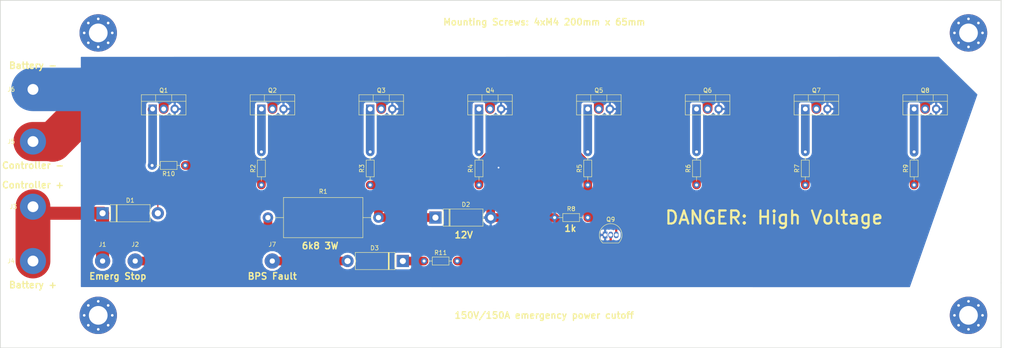
<source format=kicad_pcb>
(kicad_pcb (version 20171130) (host pcbnew 5.0.2+dfsg1-1)

  (general
    (thickness 1.6)
    (drawings 17)
    (tracks 95)
    (zones 0)
    (modules 34)
    (nets 17)
  )

  (page A4)
  (layers
    (0 F.Cu signal)
    (31 B.Cu signal)
    (32 B.Adhes user)
    (33 F.Adhes user)
    (34 B.Paste user)
    (35 F.Paste user)
    (36 B.SilkS user)
    (37 F.SilkS user)
    (38 B.Mask user)
    (39 F.Mask user)
    (40 Dwgs.User user)
    (41 Cmts.User user)
    (42 Eco1.User user)
    (43 Eco2.User user)
    (44 Edge.Cuts user)
    (45 Margin user)
    (46 B.CrtYd user)
    (47 F.CrtYd user)
    (48 B.Fab user)
    (49 F.Fab user)
  )

  (setup
    (last_trace_width 0.25)
    (trace_clearance 0.2)
    (zone_clearance 0.508)
    (zone_45_only no)
    (trace_min 0.2)
    (segment_width 0.2)
    (edge_width 0.15)
    (via_size 0.8)
    (via_drill 0.4)
    (via_min_size 0.4)
    (via_min_drill 0.3)
    (uvia_size 0.3)
    (uvia_drill 0.1)
    (uvias_allowed no)
    (uvia_min_size 0.2)
    (uvia_min_drill 0.1)
    (pcb_text_width 0.3)
    (pcb_text_size 1.5 1.5)
    (mod_edge_width 0.15)
    (mod_text_size 1 1)
    (mod_text_width 0.15)
    (pad_size 1.524 1.524)
    (pad_drill 0.762)
    (pad_to_mask_clearance 0.051)
    (solder_mask_min_width 0.25)
    (aux_axis_origin 0 0)
    (visible_elements FFFFFF7F)
    (pcbplotparams
      (layerselection 0x010fc_ffffffff)
      (usegerberextensions false)
      (usegerberattributes false)
      (usegerberadvancedattributes false)
      (creategerberjobfile false)
      (excludeedgelayer true)
      (linewidth 0.100000)
      (plotframeref false)
      (viasonmask false)
      (mode 1)
      (useauxorigin false)
      (hpglpennumber 1)
      (hpglpenspeed 20)
      (hpglpendiameter 15.000000)
      (psnegative false)
      (psa4output false)
      (plotreference true)
      (plotvalue true)
      (plotinvisibletext false)
      (padsonsilk false)
      (subtractmaskfromsilk false)
      (outputformat 1)
      (mirror false)
      (drillshape 0)
      (scaleselection 1)
      (outputdirectory ""))
  )

  (net 0 "")
  (net 1 "Net-(D1-Pad2)")
  (net 2 "Net-(D2-Pad1)")
  (net 3 "Net-(Q2-Pad1)")
  (net 4 "Net-(Q3-Pad1)")
  (net 5 "Net-(Q4-Pad1)")
  (net 6 "Net-(Q5-Pad1)")
  (net 7 "Net-(Q6-Pad1)")
  (net 8 "Net-(Q7-Pad1)")
  (net 9 "Net-(Q8-Pad1)")
  (net 10 "Net-(J2-Pad1)")
  (net 11 "Net-(D1-Pad1)")
  (net 12 "Net-(Q1-Pad1)")
  (net 13 /Gnd)
  (net 14 "Net-(Q9-Pad2)")
  (net 15 "Net-(D3-Pad1)")
  (net 16 "Net-(D3-Pad2)")

  (net_class Default "This is the default net class."
    (clearance 0.2)
    (trace_width 0.25)
    (via_dia 0.8)
    (via_drill 0.4)
    (uvia_dia 0.3)
    (uvia_drill 0.1)
    (add_net /Gnd)
    (add_net "Net-(D1-Pad1)")
    (add_net "Net-(D1-Pad2)")
    (add_net "Net-(D2-Pad1)")
    (add_net "Net-(D3-Pad1)")
    (add_net "Net-(D3-Pad2)")
    (add_net "Net-(J2-Pad1)")
    (add_net "Net-(Q1-Pad1)")
    (add_net "Net-(Q2-Pad1)")
    (add_net "Net-(Q3-Pad1)")
    (add_net "Net-(Q4-Pad1)")
    (add_net "Net-(Q5-Pad1)")
    (add_net "Net-(Q6-Pad1)")
    (add_net "Net-(Q7-Pad1)")
    (add_net "Net-(Q8-Pad1)")
    (add_net "Net-(Q9-Pad2)")
  )

  (module Diode_THT:D_5W_P12.70mm_Horizontal (layer F.Cu) (tedit 5DD488E9) (tstamp 5E05828E)
    (at 117.5 80 180)
    (descr "Diode, 5W series, Axial, Horizontal, pin pitch=12.7mm, , length*diameter=8.9*3.7mm^2, , http://www.diodes.com/_files/packages/8686949.gif")
    (tags "Diode 5W series Axial Horizontal pin pitch 12.7mm  length 8.9mm diameter 3.7mm")
    (path /5DD5A641)
    (fp_text reference D3 (at 6.5 3 180) (layer F.SilkS)
      (effects (font (size 1 1) (thickness 0.15)))
    )
    (fp_text value D_Small (at 6.5 -3 180) (layer F.Fab)
      (effects (font (size 1 1) (thickness 0.15)))
    )
    (fp_text user K (at 0 -2.4 180) (layer F.SilkS) hide
      (effects (font (size 1 1) (thickness 0.15)))
    )
    (fp_text user K (at 0 -2.4 180) (layer F.Fab)
      (effects (font (size 1 1) (thickness 0.15)))
    )
    (fp_text user %R (at 7.0175 0 180) (layer F.Fab)
      (effects (font (size 1 1) (thickness 0.15)))
    )
    (fp_line (start 14.35 -2.1) (end -1.65 -2.1) (layer F.CrtYd) (width 0.05))
    (fp_line (start 14.35 2.1) (end 14.35 -2.1) (layer F.CrtYd) (width 0.05))
    (fp_line (start -1.65 2.1) (end 14.35 2.1) (layer F.CrtYd) (width 0.05))
    (fp_line (start -1.65 -2.1) (end -1.65 2.1) (layer F.CrtYd) (width 0.05))
    (fp_line (start 3.115 -1.97) (end 3.115 1.97) (layer F.SilkS) (width 0.12))
    (fp_line (start 3.355 -1.97) (end 3.355 1.97) (layer F.SilkS) (width 0.12))
    (fp_line (start 3.235 -1.97) (end 3.235 1.97) (layer F.SilkS) (width 0.12))
    (fp_line (start 11.06 0) (end 10.92 0) (layer F.SilkS) (width 0.12))
    (fp_line (start 1.64 0) (end 1.78 0) (layer F.SilkS) (width 0.12))
    (fp_line (start 10.92 -1.97) (end 1.78 -1.97) (layer F.SilkS) (width 0.12))
    (fp_line (start 10.92 1.97) (end 10.92 -1.97) (layer F.SilkS) (width 0.12))
    (fp_line (start 1.78 1.97) (end 10.92 1.97) (layer F.SilkS) (width 0.12))
    (fp_line (start 1.78 -1.97) (end 1.78 1.97) (layer F.SilkS) (width 0.12))
    (fp_line (start 3.135 -1.85) (end 3.135 1.85) (layer F.Fab) (width 0.1))
    (fp_line (start 3.335 -1.85) (end 3.335 1.85) (layer F.Fab) (width 0.1))
    (fp_line (start 3.235 -1.85) (end 3.235 1.85) (layer F.Fab) (width 0.1))
    (fp_line (start 12.7 0) (end 10.8 0) (layer F.Fab) (width 0.1))
    (fp_line (start 0 0) (end 1.9 0) (layer F.Fab) (width 0.1))
    (fp_line (start 10.8 -1.85) (end 1.9 -1.85) (layer F.Fab) (width 0.1))
    (fp_line (start 10.8 1.85) (end 10.8 -1.85) (layer F.Fab) (width 0.1))
    (fp_line (start 1.9 1.85) (end 10.8 1.85) (layer F.Fab) (width 0.1))
    (fp_line (start 1.9 -1.85) (end 1.9 1.85) (layer F.Fab) (width 0.1))
    (pad 2 thru_hole oval (at 12.7 0 180) (size 2.8 2.8) (drill 1.4) (layers *.Cu *.Mask)
      (net 16 "Net-(D3-Pad2)"))
    (pad 1 thru_hole rect (at 0 0 180) (size 2.8 2.8) (drill 1.4) (layers *.Cu *.Mask)
      (net 15 "Net-(D3-Pad1)"))
    (model ${KISYS3DMOD}/Diode_THT.3dshapes/D_5W_P12.70mm_Horizontal.wrl
      (at (xyz 0 0 0))
      (scale (xyz 1 1 1))
      (rotate (xyz 0 0 0))
    )
  )

  (module Diode_THT:D_5W_P12.70mm_Horizontal (layer F.Cu) (tedit 5DD48902) (tstamp 5E058252)
    (at 48.5 69)
    (descr "Diode, 5W series, Axial, Horizontal, pin pitch=12.7mm, , length*diameter=8.9*3.7mm^2, , http://www.diodes.com/_files/packages/8686949.gif")
    (tags "Diode 5W series Axial Horizontal pin pitch 12.7mm  length 8.9mm diameter 3.7mm")
    (path /5DD534DB)
    (fp_text reference D1 (at 6.35 -2.97) (layer F.SilkS)
      (effects (font (size 1 1) (thickness 0.15)))
    )
    (fp_text value D_Small (at 6.35 2.97) (layer F.Fab)
      (effects (font (size 1 1) (thickness 0.15)))
    )
    (fp_line (start 1.9 -1.85) (end 1.9 1.85) (layer F.Fab) (width 0.1))
    (fp_line (start 1.9 1.85) (end 10.8 1.85) (layer F.Fab) (width 0.1))
    (fp_line (start 10.8 1.85) (end 10.8 -1.85) (layer F.Fab) (width 0.1))
    (fp_line (start 10.8 -1.85) (end 1.9 -1.85) (layer F.Fab) (width 0.1))
    (fp_line (start 0 0) (end 1.9 0) (layer F.Fab) (width 0.1))
    (fp_line (start 12.7 0) (end 10.8 0) (layer F.Fab) (width 0.1))
    (fp_line (start 3.235 -1.85) (end 3.235 1.85) (layer F.Fab) (width 0.1))
    (fp_line (start 3.335 -1.85) (end 3.335 1.85) (layer F.Fab) (width 0.1))
    (fp_line (start 3.135 -1.85) (end 3.135 1.85) (layer F.Fab) (width 0.1))
    (fp_line (start 1.78 -1.97) (end 1.78 1.97) (layer F.SilkS) (width 0.12))
    (fp_line (start 1.78 1.97) (end 10.92 1.97) (layer F.SilkS) (width 0.12))
    (fp_line (start 10.92 1.97) (end 10.92 -1.97) (layer F.SilkS) (width 0.12))
    (fp_line (start 10.92 -1.97) (end 1.78 -1.97) (layer F.SilkS) (width 0.12))
    (fp_line (start 1.64 0) (end 1.78 0) (layer F.SilkS) (width 0.12))
    (fp_line (start 11.06 0) (end 10.92 0) (layer F.SilkS) (width 0.12))
    (fp_line (start 3.235 -1.97) (end 3.235 1.97) (layer F.SilkS) (width 0.12))
    (fp_line (start 3.355 -1.97) (end 3.355 1.97) (layer F.SilkS) (width 0.12))
    (fp_line (start 3.115 -1.97) (end 3.115 1.97) (layer F.SilkS) (width 0.12))
    (fp_line (start -1.65 -2.1) (end -1.65 2.1) (layer F.CrtYd) (width 0.05))
    (fp_line (start -1.65 2.1) (end 14.35 2.1) (layer F.CrtYd) (width 0.05))
    (fp_line (start 14.35 2.1) (end 14.35 -2.1) (layer F.CrtYd) (width 0.05))
    (fp_line (start 14.35 -2.1) (end -1.65 -2.1) (layer F.CrtYd) (width 0.05))
    (fp_text user %R (at 7.0175 0) (layer F.Fab)
      (effects (font (size 1 1) (thickness 0.15)))
    )
    (fp_text user K (at 0 -2.4) (layer F.Fab)
      (effects (font (size 1 1) (thickness 0.15)))
    )
    (fp_text user K (at 0 -2.4) (layer F.SilkS) hide
      (effects (font (size 1 1) (thickness 0.15)))
    )
    (pad 1 thru_hole rect (at 0 0) (size 2.8 2.8) (drill 1.4) (layers *.Cu *.Mask)
      (net 11 "Net-(D1-Pad1)"))
    (pad 2 thru_hole oval (at 12.7 0) (size 2.8 2.8) (drill 1.4) (layers *.Cu *.Mask)
      (net 1 "Net-(D1-Pad2)"))
    (model ${KISYS3DMOD}/Diode_THT.3dshapes/D_5W_P12.70mm_Horizontal.wrl
      (at (xyz 0 0 0))
      (scale (xyz 1 1 1))
      (rotate (xyz 0 0 0))
    )
  )

  (module Connector_Wire:SolderWirePad_1x01_Drill1.2mm (layer F.Cu) (tedit 5AEE5EA7) (tstamp 5E04B714)
    (at 87.5 80)
    (descr "Wire solder connection")
    (tags connector)
    (path /5DD595E5)
    (attr virtual)
    (fp_text reference J7 (at 0 -3.81) (layer F.SilkS)
      (effects (font (size 1 1) (thickness 0.15)))
    )
    (fp_text value "BPS Fault" (at 0 3.175) (layer F.Fab)
      (effects (font (size 1 1) (thickness 0.15)))
    )
    (fp_text user %R (at 0 0) (layer F.Fab)
      (effects (font (size 1 1) (thickness 0.15)))
    )
    (fp_line (start -2.25 -2.25) (end 2.25 -2.25) (layer F.CrtYd) (width 0.05))
    (fp_line (start -2.25 -2.25) (end -2.25 2.25) (layer F.CrtYd) (width 0.05))
    (fp_line (start 2.25 2.25) (end 2.25 -2.25) (layer F.CrtYd) (width 0.05))
    (fp_line (start 2.25 2.25) (end -2.25 2.25) (layer F.CrtYd) (width 0.05))
    (pad 1 thru_hole circle (at 0 0) (size 3.50012 3.50012) (drill 1.19888) (layers *.Cu *.Mask)
      (net 16 "Net-(D3-Pad2)"))
  )

  (module Package_TO_SOT_THT:TO-92_Inline (layer F.Cu) (tedit 5A1DD157) (tstamp 5E04B4BA)
    (at 164 74)
    (descr "TO-92 leads in-line, narrow, oval pads, drill 0.75mm (see NXP sot054_po.pdf)")
    (tags "to-92 sc-43 sc-43a sot54 PA33 transistor")
    (path /5DD5880E)
    (fp_text reference Q9 (at 1.27 -3.56) (layer F.SilkS)
      (effects (font (size 1 1) (thickness 0.15)))
    )
    (fp_text value 2N3904 (at 1.27 2.79) (layer F.Fab)
      (effects (font (size 1 1) (thickness 0.15)))
    )
    (fp_text user %R (at 1.27 -3.56) (layer F.Fab)
      (effects (font (size 1 1) (thickness 0.15)))
    )
    (fp_line (start -0.53 1.85) (end 3.07 1.85) (layer F.SilkS) (width 0.12))
    (fp_line (start -0.5 1.75) (end 3 1.75) (layer F.Fab) (width 0.1))
    (fp_line (start -1.46 -2.73) (end 4 -2.73) (layer F.CrtYd) (width 0.05))
    (fp_line (start -1.46 -2.73) (end -1.46 2.01) (layer F.CrtYd) (width 0.05))
    (fp_line (start 4 2.01) (end 4 -2.73) (layer F.CrtYd) (width 0.05))
    (fp_line (start 4 2.01) (end -1.46 2.01) (layer F.CrtYd) (width 0.05))
    (fp_arc (start 1.27 0) (end 1.27 -2.48) (angle 135) (layer F.Fab) (width 0.1))
    (fp_arc (start 1.27 0) (end 1.27 -2.6) (angle -135) (layer F.SilkS) (width 0.12))
    (fp_arc (start 1.27 0) (end 1.27 -2.48) (angle -135) (layer F.Fab) (width 0.1))
    (fp_arc (start 1.27 0) (end 1.27 -2.6) (angle 135) (layer F.SilkS) (width 0.12))
    (pad 2 thru_hole oval (at 1.27 0) (size 1.05 1.5) (drill 0.75) (layers *.Cu *.Mask)
      (net 14 "Net-(Q9-Pad2)"))
    (pad 3 thru_hole oval (at 2.54 0) (size 1.05 1.5) (drill 0.75) (layers *.Cu *.Mask)
      (net 2 "Net-(D2-Pad1)"))
    (pad 1 thru_hole rect (at 0 0) (size 1.05 1.5) (drill 0.75) (layers *.Cu *.Mask)
      (net 13 /Gnd))
    (model ${KISYS3DMOD}/Package_TO_SOT_THT.3dshapes/TO-92_Inline.wrl
      (at (xyz 0 0 0))
      (scale (xyz 1 1 1))
      (rotate (xyz 0 0 0))
    )
  )

  (module Resistor_THT:R_Axial_DIN0204_L3.6mm_D1.6mm_P7.62mm_Horizontal (layer F.Cu) (tedit 5AE5139B) (tstamp 5E04B31C)
    (at 122.38 80)
    (descr "Resistor, Axial_DIN0204 series, Axial, Horizontal, pin pitch=7.62mm, 0.167W, length*diameter=3.6*1.6mm^2, http://cdn-reichelt.de/documents/datenblatt/B400/1_4W%23YAG.pdf")
    (tags "Resistor Axial_DIN0204 series Axial Horizontal pin pitch 7.62mm 0.167W length 3.6mm diameter 1.6mm")
    (path /5DD5942D)
    (fp_text reference R11 (at 3.81 -1.92) (layer F.SilkS)
      (effects (font (size 1 1) (thickness 0.15)))
    )
    (fp_text value 1k (at 3.81 1.92) (layer F.Fab)
      (effects (font (size 1 1) (thickness 0.15)))
    )
    (fp_line (start 2.01 -0.8) (end 2.01 0.8) (layer F.Fab) (width 0.1))
    (fp_line (start 2.01 0.8) (end 5.61 0.8) (layer F.Fab) (width 0.1))
    (fp_line (start 5.61 0.8) (end 5.61 -0.8) (layer F.Fab) (width 0.1))
    (fp_line (start 5.61 -0.8) (end 2.01 -0.8) (layer F.Fab) (width 0.1))
    (fp_line (start 0 0) (end 2.01 0) (layer F.Fab) (width 0.1))
    (fp_line (start 7.62 0) (end 5.61 0) (layer F.Fab) (width 0.1))
    (fp_line (start 1.89 -0.92) (end 1.89 0.92) (layer F.SilkS) (width 0.12))
    (fp_line (start 1.89 0.92) (end 5.73 0.92) (layer F.SilkS) (width 0.12))
    (fp_line (start 5.73 0.92) (end 5.73 -0.92) (layer F.SilkS) (width 0.12))
    (fp_line (start 5.73 -0.92) (end 1.89 -0.92) (layer F.SilkS) (width 0.12))
    (fp_line (start 0.94 0) (end 1.89 0) (layer F.SilkS) (width 0.12))
    (fp_line (start 6.68 0) (end 5.73 0) (layer F.SilkS) (width 0.12))
    (fp_line (start -0.95 -1.05) (end -0.95 1.05) (layer F.CrtYd) (width 0.05))
    (fp_line (start -0.95 1.05) (end 8.57 1.05) (layer F.CrtYd) (width 0.05))
    (fp_line (start 8.57 1.05) (end 8.57 -1.05) (layer F.CrtYd) (width 0.05))
    (fp_line (start 8.57 -1.05) (end -0.95 -1.05) (layer F.CrtYd) (width 0.05))
    (fp_text user %R (at 3.81 0) (layer F.Fab)
      (effects (font (size 0.72 0.72) (thickness 0.108)))
    )
    (pad 1 thru_hole circle (at 0 0) (size 1.4 1.4) (drill 0.7) (layers *.Cu *.Mask)
      (net 15 "Net-(D3-Pad1)"))
    (pad 2 thru_hole oval (at 7.62 0) (size 1.4 1.4) (drill 0.7) (layers *.Cu *.Mask)
      (net 14 "Net-(Q9-Pad2)"))
    (model ${KISYS3DMOD}/Resistor_THT.3dshapes/R_Axial_DIN0204_L3.6mm_D1.6mm_P7.62mm_Horizontal.wrl
      (at (xyz 0 0 0))
      (scale (xyz 1 1 1))
      (rotate (xyz 0 0 0))
    )
  )

  (module Package_TO_SOT_THT:TO-220-3_Vertical (layer F.Cu) (tedit 5DD48607) (tstamp 5DE0F151)
    (at 135 45)
    (descr "TO-220-3, Vertical, RM 2.54mm, see https://www.vishay.com/docs/66542/to-220-1.pdf")
    (tags "TO-220-3 Vertical RM 2.54mm")
    (path /5DD45097)
    (fp_text reference Q4 (at 2.54 -4.27) (layer F.SilkS)
      (effects (font (size 1 1) (thickness 0.15)))
    )
    (fp_text value IRFB4115 (at 2.54 2.5) (layer F.Fab)
      (effects (font (size 1 1) (thickness 0.15)))
    )
    (fp_line (start -2.46 -3.15) (end -2.46 1.25) (layer F.Fab) (width 0.1))
    (fp_line (start -2.46 1.25) (end 7.54 1.25) (layer F.Fab) (width 0.1))
    (fp_line (start 7.54 1.25) (end 7.54 -3.15) (layer F.Fab) (width 0.1))
    (fp_line (start 7.54 -3.15) (end -2.46 -3.15) (layer F.Fab) (width 0.1))
    (fp_line (start -2.46 -1.88) (end 7.54 -1.88) (layer F.Fab) (width 0.1))
    (fp_line (start 0.69 -3.15) (end 0.69 -1.88) (layer F.Fab) (width 0.1))
    (fp_line (start 4.39 -3.15) (end 4.39 -1.88) (layer F.Fab) (width 0.1))
    (fp_line (start -2.58 -3.27) (end 7.66 -3.27) (layer F.SilkS) (width 0.12))
    (fp_line (start -2.58 1.371) (end 7.66 1.371) (layer F.SilkS) (width 0.12))
    (fp_line (start -2.58 -3.27) (end -2.58 1.371) (layer F.SilkS) (width 0.12))
    (fp_line (start 7.66 -3.27) (end 7.66 1.371) (layer F.SilkS) (width 0.12))
    (fp_line (start -2.58 -1.76) (end 7.66 -1.76) (layer F.SilkS) (width 0.12))
    (fp_line (start 0.69 -3.27) (end 0.69 -1.76) (layer F.SilkS) (width 0.12))
    (fp_line (start 4.391 -3.27) (end 4.391 -1.76) (layer F.SilkS) (width 0.12))
    (fp_line (start -2.71 -3.4) (end -2.71 1.51) (layer F.CrtYd) (width 0.05))
    (fp_line (start -2.71 1.51) (end 7.79 1.51) (layer F.CrtYd) (width 0.05))
    (fp_line (start 7.79 1.51) (end 7.79 -3.4) (layer F.CrtYd) (width 0.05))
    (fp_line (start 7.79 -3.4) (end -2.71 -3.4) (layer F.CrtYd) (width 0.05))
    (fp_text user %R (at 2.54 -4.27) (layer F.Fab)
      (effects (font (size 1 1) (thickness 0.15)))
    )
    (pad 1 thru_hole rect (at 0 0) (size 1.905 2) (drill 1.1) (layers *.Cu *.Mask)
      (net 5 "Net-(Q4-Pad1)"))
    (pad 2 thru_hole oval (at 2.54 0) (size 1.905 2) (drill 1.1) (layers *.Cu *.Mask)
      (net 1 "Net-(D1-Pad2)"))
    (pad 3 thru_hole oval (at 5.08 0) (size 1.905 2) (drill 1.1) (layers *.Cu *.Mask)
      (net 13 /Gnd))
    (model ${KISYS3DMOD}/Package_TO_SOT_THT.3dshapes/TO-220-3_Vertical.wrl
      (at (xyz 0 0 0))
      (scale (xyz 1 1 1))
      (rotate (xyz 0 0 0))
    )
  )

  (module Diode_THT:D_5W_P12.70mm_Horizontal (layer F.Cu) (tedit 5DD488FB) (tstamp 5DE130D2)
    (at 125 70)
    (descr "Diode, 5W series, Axial, Horizontal, pin pitch=12.7mm, , length*diameter=8.9*3.7mm^2, , http://www.diodes.com/_files/packages/8686949.gif")
    (tags "Diode 5W series Axial Horizontal pin pitch 12.7mm  length 8.9mm diameter 3.7mm")
    (path /5DD4B720)
    (fp_text reference D2 (at 7 -3) (layer F.SilkS)
      (effects (font (size 1 1) (thickness 0.15)))
    )
    (fp_text value 12v (at 9 0) (layer F.Fab)
      (effects (font (size 1 1) (thickness 0.15)))
    )
    (fp_line (start 1.9 -1.85) (end 1.9 1.85) (layer F.Fab) (width 0.1))
    (fp_line (start 1.9 1.85) (end 10.8 1.85) (layer F.Fab) (width 0.1))
    (fp_line (start 10.8 1.85) (end 10.8 -1.85) (layer F.Fab) (width 0.1))
    (fp_line (start 10.8 -1.85) (end 1.9 -1.85) (layer F.Fab) (width 0.1))
    (fp_line (start 0 0) (end 1.9 0) (layer F.Fab) (width 0.1))
    (fp_line (start 12.7 0) (end 10.8 0) (layer F.Fab) (width 0.1))
    (fp_line (start 3.235 -1.85) (end 3.235 1.85) (layer F.Fab) (width 0.1))
    (fp_line (start 3.335 -1.85) (end 3.335 1.85) (layer F.Fab) (width 0.1))
    (fp_line (start 3.135 -1.85) (end 3.135 1.85) (layer F.Fab) (width 0.1))
    (fp_line (start 1.78 -1.97) (end 1.78 1.97) (layer F.SilkS) (width 0.12))
    (fp_line (start 1.78 1.97) (end 10.92 1.97) (layer F.SilkS) (width 0.12))
    (fp_line (start 10.92 1.97) (end 10.92 -1.97) (layer F.SilkS) (width 0.12))
    (fp_line (start 10.92 -1.97) (end 1.78 -1.97) (layer F.SilkS) (width 0.12))
    (fp_line (start 1.64 0) (end 1.78 0) (layer F.SilkS) (width 0.12))
    (fp_line (start 11.06 0) (end 10.92 0) (layer F.SilkS) (width 0.12))
    (fp_line (start 3.235 -1.97) (end 3.235 1.97) (layer F.SilkS) (width 0.12))
    (fp_line (start 3.355 -1.97) (end 3.355 1.97) (layer F.SilkS) (width 0.12))
    (fp_line (start 3.115 -1.97) (end 3.115 1.97) (layer F.SilkS) (width 0.12))
    (fp_line (start -1.65 -2.1) (end -1.65 2.1) (layer F.CrtYd) (width 0.05))
    (fp_line (start -1.65 2.1) (end 14.35 2.1) (layer F.CrtYd) (width 0.05))
    (fp_line (start 14.35 2.1) (end 14.35 -2.1) (layer F.CrtYd) (width 0.05))
    (fp_line (start 14.35 -2.1) (end -1.65 -2.1) (layer F.CrtYd) (width 0.05))
    (fp_text user %R (at 5.5 0) (layer F.Fab)
      (effects (font (size 1 1) (thickness 0.15)))
    )
    (fp_text user K (at 0 -2.4) (layer F.Fab)
      (effects (font (size 1 1) (thickness 0.15)))
    )
    (fp_text user K (at 0 -2.4) (layer F.SilkS) hide
      (effects (font (size 1 1) (thickness 0.15)))
    )
    (pad 1 thru_hole rect (at 0 0) (size 2.8 2.8) (drill 1.4) (layers *.Cu *.Mask)
      (net 2 "Net-(D2-Pad1)"))
    (pad 2 thru_hole oval (at 12.7 0) (size 2.8 2.8) (drill 1.4) (layers *.Cu *.Mask)
      (net 13 /Gnd))
    (model ${KISYS3DMOD}/Diode_THT.3dshapes/D_5W_P12.70mm_Horizontal.wrl
      (at (xyz 0 0 0))
      (scale (xyz 1 1 1))
      (rotate (xyz 0 0 0))
    )
  )

  (module Resistor_THT:R_Axial_DIN0204_L3.6mm_D1.6mm_P7.62mm_Horizontal (layer F.Cu) (tedit 5AE5139B) (tstamp 5E053951)
    (at 85 62.5 90)
    (descr "Resistor, Axial_DIN0204 series, Axial, Horizontal, pin pitch=7.62mm, 0.167W, length*diameter=3.6*1.6mm^2, http://cdn-reichelt.de/documents/datenblatt/B400/1_4W%23YAG.pdf")
    (tags "Resistor Axial_DIN0204 series Axial Horizontal pin pitch 7.62mm 0.167W length 3.6mm diameter 1.6mm")
    (path /5DD49B38)
    (fp_text reference R2 (at 3.81 -1.92 90) (layer F.SilkS)
      (effects (font (size 1 1) (thickness 0.15)))
    )
    (fp_text value 100r (at 3.81 1.92 90) (layer F.Fab)
      (effects (font (size 1 1) (thickness 0.15)))
    )
    (fp_line (start 2.01 -0.8) (end 2.01 0.8) (layer F.Fab) (width 0.1))
    (fp_line (start 2.01 0.8) (end 5.61 0.8) (layer F.Fab) (width 0.1))
    (fp_line (start 5.61 0.8) (end 5.61 -0.8) (layer F.Fab) (width 0.1))
    (fp_line (start 5.61 -0.8) (end 2.01 -0.8) (layer F.Fab) (width 0.1))
    (fp_line (start 0 0) (end 2.01 0) (layer F.Fab) (width 0.1))
    (fp_line (start 7.62 0) (end 5.61 0) (layer F.Fab) (width 0.1))
    (fp_line (start 1.89 -0.92) (end 1.89 0.92) (layer F.SilkS) (width 0.12))
    (fp_line (start 1.89 0.92) (end 5.73 0.92) (layer F.SilkS) (width 0.12))
    (fp_line (start 5.73 0.92) (end 5.73 -0.92) (layer F.SilkS) (width 0.12))
    (fp_line (start 5.73 -0.92) (end 1.89 -0.92) (layer F.SilkS) (width 0.12))
    (fp_line (start 0.94 0) (end 1.89 0) (layer F.SilkS) (width 0.12))
    (fp_line (start 6.68 0) (end 5.73 0) (layer F.SilkS) (width 0.12))
    (fp_line (start -0.95 -1.05) (end -0.95 1.05) (layer F.CrtYd) (width 0.05))
    (fp_line (start -0.95 1.05) (end 8.57 1.05) (layer F.CrtYd) (width 0.05))
    (fp_line (start 8.57 1.05) (end 8.57 -1.05) (layer F.CrtYd) (width 0.05))
    (fp_line (start 8.57 -1.05) (end -0.95 -1.05) (layer F.CrtYd) (width 0.05))
    (fp_text user %R (at 3.81 0 90) (layer F.Fab)
      (effects (font (size 0.72 0.72) (thickness 0.108)))
    )
    (pad 1 thru_hole circle (at 0 0 90) (size 1.4 1.4) (drill 0.7) (layers *.Cu *.Mask)
      (net 2 "Net-(D2-Pad1)"))
    (pad 2 thru_hole oval (at 7.62 0 90) (size 1.4 1.4) (drill 0.7) (layers *.Cu *.Mask)
      (net 3 "Net-(Q2-Pad1)"))
    (model ${KISYS3DMOD}/Resistor_THT.3dshapes/R_Axial_DIN0204_L3.6mm_D1.6mm_P7.62mm_Horizontal.wrl
      (at (xyz 0 0 0))
      (scale (xyz 1 1 1))
      (rotate (xyz 0 0 0))
    )
  )

  (module Resistor_THT:R_Axial_DIN0204_L3.6mm_D1.6mm_P7.62mm_Horizontal (layer F.Cu) (tedit 5AE5139B) (tstamp 5DE115FC)
    (at 110 62.5 90)
    (descr "Resistor, Axial_DIN0204 series, Axial, Horizontal, pin pitch=7.62mm, 0.167W, length*diameter=3.6*1.6mm^2, http://cdn-reichelt.de/documents/datenblatt/B400/1_4W%23YAG.pdf")
    (tags "Resistor Axial_DIN0204 series Axial Horizontal pin pitch 7.62mm 0.167W length 3.6mm diameter 1.6mm")
    (path /5DD47880)
    (fp_text reference R3 (at 3.81 -1.92 90) (layer F.SilkS)
      (effects (font (size 1 1) (thickness 0.15)))
    )
    (fp_text value 100r (at 3.81 1.92 90) (layer F.Fab)
      (effects (font (size 1 1) (thickness 0.15)))
    )
    (fp_text user %R (at 3.81 0 90) (layer F.Fab)
      (effects (font (size 0.72 0.72) (thickness 0.108)))
    )
    (fp_line (start 8.57 -1.05) (end -0.95 -1.05) (layer F.CrtYd) (width 0.05))
    (fp_line (start 8.57 1.05) (end 8.57 -1.05) (layer F.CrtYd) (width 0.05))
    (fp_line (start -0.95 1.05) (end 8.57 1.05) (layer F.CrtYd) (width 0.05))
    (fp_line (start -0.95 -1.05) (end -0.95 1.05) (layer F.CrtYd) (width 0.05))
    (fp_line (start 6.68 0) (end 5.73 0) (layer F.SilkS) (width 0.12))
    (fp_line (start 0.94 0) (end 1.89 0) (layer F.SilkS) (width 0.12))
    (fp_line (start 5.73 -0.92) (end 1.89 -0.92) (layer F.SilkS) (width 0.12))
    (fp_line (start 5.73 0.92) (end 5.73 -0.92) (layer F.SilkS) (width 0.12))
    (fp_line (start 1.89 0.92) (end 5.73 0.92) (layer F.SilkS) (width 0.12))
    (fp_line (start 1.89 -0.92) (end 1.89 0.92) (layer F.SilkS) (width 0.12))
    (fp_line (start 7.62 0) (end 5.61 0) (layer F.Fab) (width 0.1))
    (fp_line (start 0 0) (end 2.01 0) (layer F.Fab) (width 0.1))
    (fp_line (start 5.61 -0.8) (end 2.01 -0.8) (layer F.Fab) (width 0.1))
    (fp_line (start 5.61 0.8) (end 5.61 -0.8) (layer F.Fab) (width 0.1))
    (fp_line (start 2.01 0.8) (end 5.61 0.8) (layer F.Fab) (width 0.1))
    (fp_line (start 2.01 -0.8) (end 2.01 0.8) (layer F.Fab) (width 0.1))
    (pad 2 thru_hole oval (at 7.62 0 90) (size 1.4 1.4) (drill 0.7) (layers *.Cu *.Mask)
      (net 4 "Net-(Q3-Pad1)"))
    (pad 1 thru_hole circle (at 0 0 90) (size 1.4 1.4) (drill 0.7) (layers *.Cu *.Mask)
      (net 2 "Net-(D2-Pad1)"))
    (model ${KISYS3DMOD}/Resistor_THT.3dshapes/R_Axial_DIN0204_L3.6mm_D1.6mm_P7.62mm_Horizontal.wrl
      (at (xyz 0 0 0))
      (scale (xyz 1 1 1))
      (rotate (xyz 0 0 0))
    )
  )

  (module Resistor_THT:R_Axial_DIN0204_L3.6mm_D1.6mm_P7.62mm_Horizontal (layer F.Cu) (tedit 5AE5139B) (tstamp 5DE115E6)
    (at 135 62.5 90)
    (descr "Resistor, Axial_DIN0204 series, Axial, Horizontal, pin pitch=7.62mm, 0.167W, length*diameter=3.6*1.6mm^2, http://cdn-reichelt.de/documents/datenblatt/B400/1_4W%23YAG.pdf")
    (tags "Resistor Axial_DIN0204 series Axial Horizontal pin pitch 7.62mm 0.167W length 3.6mm diameter 1.6mm")
    (path /5DD47701)
    (fp_text reference R4 (at 3.81 -1.92 90) (layer F.SilkS)
      (effects (font (size 1 1) (thickness 0.15)))
    )
    (fp_text value 100r (at 3.81 1.92 90) (layer F.Fab)
      (effects (font (size 1 1) (thickness 0.15)))
    )
    (fp_line (start 2.01 -0.8) (end 2.01 0.8) (layer F.Fab) (width 0.1))
    (fp_line (start 2.01 0.8) (end 5.61 0.8) (layer F.Fab) (width 0.1))
    (fp_line (start 5.61 0.8) (end 5.61 -0.8) (layer F.Fab) (width 0.1))
    (fp_line (start 5.61 -0.8) (end 2.01 -0.8) (layer F.Fab) (width 0.1))
    (fp_line (start 0 0) (end 2.01 0) (layer F.Fab) (width 0.1))
    (fp_line (start 7.62 0) (end 5.61 0) (layer F.Fab) (width 0.1))
    (fp_line (start 1.89 -0.92) (end 1.89 0.92) (layer F.SilkS) (width 0.12))
    (fp_line (start 1.89 0.92) (end 5.73 0.92) (layer F.SilkS) (width 0.12))
    (fp_line (start 5.73 0.92) (end 5.73 -0.92) (layer F.SilkS) (width 0.12))
    (fp_line (start 5.73 -0.92) (end 1.89 -0.92) (layer F.SilkS) (width 0.12))
    (fp_line (start 0.94 0) (end 1.89 0) (layer F.SilkS) (width 0.12))
    (fp_line (start 6.68 0) (end 5.73 0) (layer F.SilkS) (width 0.12))
    (fp_line (start -0.95 -1.05) (end -0.95 1.05) (layer F.CrtYd) (width 0.05))
    (fp_line (start -0.95 1.05) (end 8.57 1.05) (layer F.CrtYd) (width 0.05))
    (fp_line (start 8.57 1.05) (end 8.57 -1.05) (layer F.CrtYd) (width 0.05))
    (fp_line (start 8.57 -1.05) (end -0.95 -1.05) (layer F.CrtYd) (width 0.05))
    (fp_text user %R (at 3.81 0 90) (layer F.Fab)
      (effects (font (size 0.72 0.72) (thickness 0.108)))
    )
    (pad 1 thru_hole circle (at 0 0 90) (size 1.4 1.4) (drill 0.7) (layers *.Cu *.Mask)
      (net 2 "Net-(D2-Pad1)"))
    (pad 2 thru_hole oval (at 7.62 0 90) (size 1.4 1.4) (drill 0.7) (layers *.Cu *.Mask)
      (net 5 "Net-(Q4-Pad1)"))
    (model ${KISYS3DMOD}/Resistor_THT.3dshapes/R_Axial_DIN0204_L3.6mm_D1.6mm_P7.62mm_Horizontal.wrl
      (at (xyz 0 0 0))
      (scale (xyz 1 1 1))
      (rotate (xyz 0 0 0))
    )
  )

  (module Resistor_THT:R_Axial_DIN0204_L3.6mm_D1.6mm_P7.62mm_Horizontal (layer F.Cu) (tedit 5AE5139B) (tstamp 5DE115D0)
    (at 160 62.5 90)
    (descr "Resistor, Axial_DIN0204 series, Axial, Horizontal, pin pitch=7.62mm, 0.167W, length*diameter=3.6*1.6mm^2, http://cdn-reichelt.de/documents/datenblatt/B400/1_4W%23YAG.pdf")
    (tags "Resistor Axial_DIN0204 series Axial Horizontal pin pitch 7.62mm 0.167W length 3.6mm diameter 1.6mm")
    (path /5DD4758C)
    (fp_text reference R5 (at 3.81 -1.92 90) (layer F.SilkS)
      (effects (font (size 1 1) (thickness 0.15)))
    )
    (fp_text value 100r (at 3.81 1.92 90) (layer F.Fab)
      (effects (font (size 1 1) (thickness 0.15)))
    )
    (fp_text user %R (at 3.81 0 90) (layer F.Fab)
      (effects (font (size 0.72 0.72) (thickness 0.108)))
    )
    (fp_line (start 8.57 -1.05) (end -0.95 -1.05) (layer F.CrtYd) (width 0.05))
    (fp_line (start 8.57 1.05) (end 8.57 -1.05) (layer F.CrtYd) (width 0.05))
    (fp_line (start -0.95 1.05) (end 8.57 1.05) (layer F.CrtYd) (width 0.05))
    (fp_line (start -0.95 -1.05) (end -0.95 1.05) (layer F.CrtYd) (width 0.05))
    (fp_line (start 6.68 0) (end 5.73 0) (layer F.SilkS) (width 0.12))
    (fp_line (start 0.94 0) (end 1.89 0) (layer F.SilkS) (width 0.12))
    (fp_line (start 5.73 -0.92) (end 1.89 -0.92) (layer F.SilkS) (width 0.12))
    (fp_line (start 5.73 0.92) (end 5.73 -0.92) (layer F.SilkS) (width 0.12))
    (fp_line (start 1.89 0.92) (end 5.73 0.92) (layer F.SilkS) (width 0.12))
    (fp_line (start 1.89 -0.92) (end 1.89 0.92) (layer F.SilkS) (width 0.12))
    (fp_line (start 7.62 0) (end 5.61 0) (layer F.Fab) (width 0.1))
    (fp_line (start 0 0) (end 2.01 0) (layer F.Fab) (width 0.1))
    (fp_line (start 5.61 -0.8) (end 2.01 -0.8) (layer F.Fab) (width 0.1))
    (fp_line (start 5.61 0.8) (end 5.61 -0.8) (layer F.Fab) (width 0.1))
    (fp_line (start 2.01 0.8) (end 5.61 0.8) (layer F.Fab) (width 0.1))
    (fp_line (start 2.01 -0.8) (end 2.01 0.8) (layer F.Fab) (width 0.1))
    (pad 2 thru_hole oval (at 7.62 0 90) (size 1.4 1.4) (drill 0.7) (layers *.Cu *.Mask)
      (net 6 "Net-(Q5-Pad1)"))
    (pad 1 thru_hole circle (at 0 0 90) (size 1.4 1.4) (drill 0.7) (layers *.Cu *.Mask)
      (net 2 "Net-(D2-Pad1)"))
    (model ${KISYS3DMOD}/Resistor_THT.3dshapes/R_Axial_DIN0204_L3.6mm_D1.6mm_P7.62mm_Horizontal.wrl
      (at (xyz 0 0 0))
      (scale (xyz 1 1 1))
      (rotate (xyz 0 0 0))
    )
  )

  (module Resistor_THT:R_Axial_DIN0204_L3.6mm_D1.6mm_P7.62mm_Horizontal (layer F.Cu) (tedit 5AE5139B) (tstamp 5DE115BA)
    (at 185 62.5 90)
    (descr "Resistor, Axial_DIN0204 series, Axial, Horizontal, pin pitch=7.62mm, 0.167W, length*diameter=3.6*1.6mm^2, http://cdn-reichelt.de/documents/datenblatt/B400/1_4W%23YAG.pdf")
    (tags "Resistor Axial_DIN0204 series Axial Horizontal pin pitch 7.62mm 0.167W length 3.6mm diameter 1.6mm")
    (path /5DD47108)
    (fp_text reference R6 (at 3.81 -1.92 90) (layer F.SilkS)
      (effects (font (size 1 1) (thickness 0.15)))
    )
    (fp_text value 100r (at 3.81 1.92 90) (layer F.Fab)
      (effects (font (size 1 1) (thickness 0.15)))
    )
    (fp_line (start 2.01 -0.8) (end 2.01 0.8) (layer F.Fab) (width 0.1))
    (fp_line (start 2.01 0.8) (end 5.61 0.8) (layer F.Fab) (width 0.1))
    (fp_line (start 5.61 0.8) (end 5.61 -0.8) (layer F.Fab) (width 0.1))
    (fp_line (start 5.61 -0.8) (end 2.01 -0.8) (layer F.Fab) (width 0.1))
    (fp_line (start 0 0) (end 2.01 0) (layer F.Fab) (width 0.1))
    (fp_line (start 7.62 0) (end 5.61 0) (layer F.Fab) (width 0.1))
    (fp_line (start 1.89 -0.92) (end 1.89 0.92) (layer F.SilkS) (width 0.12))
    (fp_line (start 1.89 0.92) (end 5.73 0.92) (layer F.SilkS) (width 0.12))
    (fp_line (start 5.73 0.92) (end 5.73 -0.92) (layer F.SilkS) (width 0.12))
    (fp_line (start 5.73 -0.92) (end 1.89 -0.92) (layer F.SilkS) (width 0.12))
    (fp_line (start 0.94 0) (end 1.89 0) (layer F.SilkS) (width 0.12))
    (fp_line (start 6.68 0) (end 5.73 0) (layer F.SilkS) (width 0.12))
    (fp_line (start -0.95 -1.05) (end -0.95 1.05) (layer F.CrtYd) (width 0.05))
    (fp_line (start -0.95 1.05) (end 8.57 1.05) (layer F.CrtYd) (width 0.05))
    (fp_line (start 8.57 1.05) (end 8.57 -1.05) (layer F.CrtYd) (width 0.05))
    (fp_line (start 8.57 -1.05) (end -0.95 -1.05) (layer F.CrtYd) (width 0.05))
    (fp_text user %R (at 3.81 0 90) (layer F.Fab)
      (effects (font (size 0.72 0.72) (thickness 0.108)))
    )
    (pad 1 thru_hole circle (at 0 0 90) (size 1.4 1.4) (drill 0.7) (layers *.Cu *.Mask)
      (net 2 "Net-(D2-Pad1)"))
    (pad 2 thru_hole oval (at 7.62 0 90) (size 1.4 1.4) (drill 0.7) (layers *.Cu *.Mask)
      (net 7 "Net-(Q6-Pad1)"))
    (model ${KISYS3DMOD}/Resistor_THT.3dshapes/R_Axial_DIN0204_L3.6mm_D1.6mm_P7.62mm_Horizontal.wrl
      (at (xyz 0 0 0))
      (scale (xyz 1 1 1))
      (rotate (xyz 0 0 0))
    )
  )

  (module Resistor_THT:R_Axial_DIN0204_L3.6mm_D1.6mm_P7.62mm_Horizontal (layer F.Cu) (tedit 5AE5139B) (tstamp 5DE115A4)
    (at 210 62.5 90)
    (descr "Resistor, Axial_DIN0204 series, Axial, Horizontal, pin pitch=7.62mm, 0.167W, length*diameter=3.6*1.6mm^2, http://cdn-reichelt.de/documents/datenblatt/B400/1_4W%23YAG.pdf")
    (tags "Resistor Axial_DIN0204 series Axial Horizontal pin pitch 7.62mm 0.167W length 3.6mm diameter 1.6mm")
    (path /5DD46E08)
    (fp_text reference R7 (at 3.81 -1.92 90) (layer F.SilkS)
      (effects (font (size 1 1) (thickness 0.15)))
    )
    (fp_text value 100r (at 3.81 1.92 90) (layer F.Fab)
      (effects (font (size 1 1) (thickness 0.15)))
    )
    (fp_text user %R (at 3.81 0 90) (layer F.Fab)
      (effects (font (size 0.72 0.72) (thickness 0.108)))
    )
    (fp_line (start 8.57 -1.05) (end -0.95 -1.05) (layer F.CrtYd) (width 0.05))
    (fp_line (start 8.57 1.05) (end 8.57 -1.05) (layer F.CrtYd) (width 0.05))
    (fp_line (start -0.95 1.05) (end 8.57 1.05) (layer F.CrtYd) (width 0.05))
    (fp_line (start -0.95 -1.05) (end -0.95 1.05) (layer F.CrtYd) (width 0.05))
    (fp_line (start 6.68 0) (end 5.73 0) (layer F.SilkS) (width 0.12))
    (fp_line (start 0.94 0) (end 1.89 0) (layer F.SilkS) (width 0.12))
    (fp_line (start 5.73 -0.92) (end 1.89 -0.92) (layer F.SilkS) (width 0.12))
    (fp_line (start 5.73 0.92) (end 5.73 -0.92) (layer F.SilkS) (width 0.12))
    (fp_line (start 1.89 0.92) (end 5.73 0.92) (layer F.SilkS) (width 0.12))
    (fp_line (start 1.89 -0.92) (end 1.89 0.92) (layer F.SilkS) (width 0.12))
    (fp_line (start 7.62 0) (end 5.61 0) (layer F.Fab) (width 0.1))
    (fp_line (start 0 0) (end 2.01 0) (layer F.Fab) (width 0.1))
    (fp_line (start 5.61 -0.8) (end 2.01 -0.8) (layer F.Fab) (width 0.1))
    (fp_line (start 5.61 0.8) (end 5.61 -0.8) (layer F.Fab) (width 0.1))
    (fp_line (start 2.01 0.8) (end 5.61 0.8) (layer F.Fab) (width 0.1))
    (fp_line (start 2.01 -0.8) (end 2.01 0.8) (layer F.Fab) (width 0.1))
    (pad 2 thru_hole oval (at 7.62 0 90) (size 1.4 1.4) (drill 0.7) (layers *.Cu *.Mask)
      (net 8 "Net-(Q7-Pad1)"))
    (pad 1 thru_hole circle (at 0 0 90) (size 1.4 1.4) (drill 0.7) (layers *.Cu *.Mask)
      (net 2 "Net-(D2-Pad1)"))
    (model ${KISYS3DMOD}/Resistor_THT.3dshapes/R_Axial_DIN0204_L3.6mm_D1.6mm_P7.62mm_Horizontal.wrl
      (at (xyz 0 0 0))
      (scale (xyz 1 1 1))
      (rotate (xyz 0 0 0))
    )
  )

  (module Resistor_THT:R_Axial_DIN0204_L3.6mm_D1.6mm_P7.62mm_Horizontal (layer F.Cu) (tedit 5AE5139B) (tstamp 5DE1158E)
    (at 160 70 180)
    (descr "Resistor, Axial_DIN0204 series, Axial, Horizontal, pin pitch=7.62mm, 0.167W, length*diameter=3.6*1.6mm^2, http://cdn-reichelt.de/documents/datenblatt/B400/1_4W%23YAG.pdf")
    (tags "Resistor Axial_DIN0204 series Axial Horizontal pin pitch 7.62mm 0.167W length 3.6mm diameter 1.6mm")
    (path /5DD4BD3F)
    (fp_text reference R8 (at 3.81 2 180) (layer F.SilkS)
      (effects (font (size 1 1) (thickness 0.15)))
    )
    (fp_text value 1k (at 6.5 2.5 180) (layer F.Fab)
      (effects (font (size 1 1) (thickness 0.15)))
    )
    (fp_line (start 2.01 -0.8) (end 2.01 0.8) (layer F.Fab) (width 0.1))
    (fp_line (start 2.01 0.8) (end 5.61 0.8) (layer F.Fab) (width 0.1))
    (fp_line (start 5.61 0.8) (end 5.61 -0.8) (layer F.Fab) (width 0.1))
    (fp_line (start 5.61 -0.8) (end 2.01 -0.8) (layer F.Fab) (width 0.1))
    (fp_line (start 0 0) (end 2.01 0) (layer F.Fab) (width 0.1))
    (fp_line (start 7.62 0) (end 5.61 0) (layer F.Fab) (width 0.1))
    (fp_line (start 1.89 -0.92) (end 1.89 0.92) (layer F.SilkS) (width 0.12))
    (fp_line (start 1.89 0.92) (end 5.73 0.92) (layer F.SilkS) (width 0.12))
    (fp_line (start 5.73 0.92) (end 5.73 -0.92) (layer F.SilkS) (width 0.12))
    (fp_line (start 5.73 -0.92) (end 1.89 -0.92) (layer F.SilkS) (width 0.12))
    (fp_line (start 0.94 0) (end 1.89 0) (layer F.SilkS) (width 0.12))
    (fp_line (start 6.68 0) (end 5.73 0) (layer F.SilkS) (width 0.12))
    (fp_line (start -0.95 -1.05) (end -0.95 1.05) (layer F.CrtYd) (width 0.05))
    (fp_line (start -0.95 1.05) (end 8.57 1.05) (layer F.CrtYd) (width 0.05))
    (fp_line (start 8.57 1.05) (end 8.57 -1.05) (layer F.CrtYd) (width 0.05))
    (fp_line (start 8.57 -1.05) (end -0.95 -1.05) (layer F.CrtYd) (width 0.05))
    (fp_text user %R (at 9 2.5 180) (layer F.Fab)
      (effects (font (size 0.72 0.72) (thickness 0.108)))
    )
    (pad 1 thru_hole circle (at 0 0 180) (size 1.4 1.4) (drill 0.7) (layers *.Cu *.Mask)
      (net 2 "Net-(D2-Pad1)"))
    (pad 2 thru_hole oval (at 7.62 0 180) (size 1.4 1.4) (drill 0.7) (layers *.Cu *.Mask)
      (net 13 /Gnd))
    (model ${KISYS3DMOD}/Resistor_THT.3dshapes/R_Axial_DIN0204_L3.6mm_D1.6mm_P7.62mm_Horizontal.wrl
      (at (xyz 0 0 0))
      (scale (xyz 1 1 1))
      (rotate (xyz 0 0 0))
    )
  )

  (module Resistor_THT:R_Axial_DIN0204_L3.6mm_D1.6mm_P7.62mm_Horizontal (layer F.Cu) (tedit 5AE5139B) (tstamp 5DE11578)
    (at 235 62.5 90)
    (descr "Resistor, Axial_DIN0204 series, Axial, Horizontal, pin pitch=7.62mm, 0.167W, length*diameter=3.6*1.6mm^2, http://cdn-reichelt.de/documents/datenblatt/B400/1_4W%23YAG.pdf")
    (tags "Resistor Axial_DIN0204 series Axial Horizontal pin pitch 7.62mm 0.167W length 3.6mm diameter 1.6mm")
    (path /5DD46A71)
    (fp_text reference R9 (at 3.81 -1.92 90) (layer F.SilkS)
      (effects (font (size 1 1) (thickness 0.15)))
    )
    (fp_text value 100r (at 3.81 1.92 90) (layer F.Fab)
      (effects (font (size 1 1) (thickness 0.15)))
    )
    (fp_text user %R (at 3.81 0 90) (layer F.Fab)
      (effects (font (size 0.72 0.72) (thickness 0.108)))
    )
    (fp_line (start 8.57 -1.05) (end -0.95 -1.05) (layer F.CrtYd) (width 0.05))
    (fp_line (start 8.57 1.05) (end 8.57 -1.05) (layer F.CrtYd) (width 0.05))
    (fp_line (start -0.95 1.05) (end 8.57 1.05) (layer F.CrtYd) (width 0.05))
    (fp_line (start -0.95 -1.05) (end -0.95 1.05) (layer F.CrtYd) (width 0.05))
    (fp_line (start 6.68 0) (end 5.73 0) (layer F.SilkS) (width 0.12))
    (fp_line (start 0.94 0) (end 1.89 0) (layer F.SilkS) (width 0.12))
    (fp_line (start 5.73 -0.92) (end 1.89 -0.92) (layer F.SilkS) (width 0.12))
    (fp_line (start 5.73 0.92) (end 5.73 -0.92) (layer F.SilkS) (width 0.12))
    (fp_line (start 1.89 0.92) (end 5.73 0.92) (layer F.SilkS) (width 0.12))
    (fp_line (start 1.89 -0.92) (end 1.89 0.92) (layer F.SilkS) (width 0.12))
    (fp_line (start 7.62 0) (end 5.61 0) (layer F.Fab) (width 0.1))
    (fp_line (start 0 0) (end 2.01 0) (layer F.Fab) (width 0.1))
    (fp_line (start 5.61 -0.8) (end 2.01 -0.8) (layer F.Fab) (width 0.1))
    (fp_line (start 5.61 0.8) (end 5.61 -0.8) (layer F.Fab) (width 0.1))
    (fp_line (start 2.01 0.8) (end 5.61 0.8) (layer F.Fab) (width 0.1))
    (fp_line (start 2.01 -0.8) (end 2.01 0.8) (layer F.Fab) (width 0.1))
    (pad 2 thru_hole oval (at 7.62 0 90) (size 1.4 1.4) (drill 0.7) (layers *.Cu *.Mask)
      (net 9 "Net-(Q8-Pad1)"))
    (pad 1 thru_hole circle (at 0 0 90) (size 1.4 1.4) (drill 0.7) (layers *.Cu *.Mask)
      (net 2 "Net-(D2-Pad1)"))
    (model ${KISYS3DMOD}/Resistor_THT.3dshapes/R_Axial_DIN0204_L3.6mm_D1.6mm_P7.62mm_Horizontal.wrl
      (at (xyz 0 0 0))
      (scale (xyz 1 1 1))
      (rotate (xyz 0 0 0))
    )
  )

  (module Resistor_THT:R_Axial_DIN0204_L3.6mm_D1.6mm_P7.62mm_Horizontal (layer F.Cu) (tedit 5AE5139B) (tstamp 5DE11577)
    (at 67.5 58 180)
    (descr "Resistor, Axial_DIN0204 series, Axial, Horizontal, pin pitch=7.62mm, 0.167W, length*diameter=3.6*1.6mm^2, http://cdn-reichelt.de/documents/datenblatt/B400/1_4W%23YAG.pdf")
    (tags "Resistor Axial_DIN0204 series Axial Horizontal pin pitch 7.62mm 0.167W length 3.6mm diameter 1.6mm")
    (path /5DD54A5D)
    (fp_text reference R10 (at 3.81 -1.92 180) (layer F.SilkS)
      (effects (font (size 1 1) (thickness 0.15)))
    )
    (fp_text value 100r (at 3.81 1.92 180) (layer F.Fab)
      (effects (font (size 1 1) (thickness 0.15)))
    )
    (fp_line (start 2.01 -0.8) (end 2.01 0.8) (layer F.Fab) (width 0.1))
    (fp_line (start 2.01 0.8) (end 5.61 0.8) (layer F.Fab) (width 0.1))
    (fp_line (start 5.61 0.8) (end 5.61 -0.8) (layer F.Fab) (width 0.1))
    (fp_line (start 5.61 -0.8) (end 2.01 -0.8) (layer F.Fab) (width 0.1))
    (fp_line (start 0 0) (end 2.01 0) (layer F.Fab) (width 0.1))
    (fp_line (start 7.62 0) (end 5.61 0) (layer F.Fab) (width 0.1))
    (fp_line (start 1.89 -0.92) (end 1.89 0.92) (layer F.SilkS) (width 0.12))
    (fp_line (start 1.89 0.92) (end 5.73 0.92) (layer F.SilkS) (width 0.12))
    (fp_line (start 5.73 0.92) (end 5.73 -0.92) (layer F.SilkS) (width 0.12))
    (fp_line (start 5.73 -0.92) (end 1.89 -0.92) (layer F.SilkS) (width 0.12))
    (fp_line (start 0.94 0) (end 1.89 0) (layer F.SilkS) (width 0.12))
    (fp_line (start 6.68 0) (end 5.73 0) (layer F.SilkS) (width 0.12))
    (fp_line (start -0.95 -1.05) (end -0.95 1.05) (layer F.CrtYd) (width 0.05))
    (fp_line (start -0.95 1.05) (end 8.57 1.05) (layer F.CrtYd) (width 0.05))
    (fp_line (start 8.57 1.05) (end 8.57 -1.05) (layer F.CrtYd) (width 0.05))
    (fp_line (start 8.57 -1.05) (end -0.95 -1.05) (layer F.CrtYd) (width 0.05))
    (fp_text user %R (at 5 -0.5 180) (layer F.Fab)
      (effects (font (size 0.72 0.72) (thickness 0.108)))
    )
    (pad 1 thru_hole circle (at 0 0 180) (size 1.4 1.4) (drill 0.7) (layers *.Cu *.Mask)
      (net 2 "Net-(D2-Pad1)"))
    (pad 2 thru_hole oval (at 7.62 0 180) (size 1.4 1.4) (drill 0.7) (layers *.Cu *.Mask)
      (net 12 "Net-(Q1-Pad1)"))
    (model ${KISYS3DMOD}/Resistor_THT.3dshapes/R_Axial_DIN0204_L3.6mm_D1.6mm_P7.62mm_Horizontal.wrl
      (at (xyz 0 0 0))
      (scale (xyz 1 1 1))
      (rotate (xyz 0 0 0))
    )
  )

  (module Connector_Wire:SolderWirePad_1x01_Drill1.2mm (layer F.Cu) (tedit 5AEE5EA7) (tstamp 5DE0F88F)
    (at 48.5 80)
    (descr "Wire solder connection")
    (tags connector)
    (path /5DD511EA)
    (attr virtual)
    (fp_text reference J1 (at 0 -3.81) (layer F.SilkS)
      (effects (font (size 1 1) (thickness 0.15)))
    )
    (fp_text value E-stop (at 0 3.175) (layer F.Fab)
      (effects (font (size 1 1) (thickness 0.15)))
    )
    (fp_line (start 2.25 2.25) (end -2.25 2.25) (layer F.CrtYd) (width 0.05))
    (fp_line (start 2.25 2.25) (end 2.25 -2.25) (layer F.CrtYd) (width 0.05))
    (fp_line (start -2.25 -2.25) (end -2.25 2.25) (layer F.CrtYd) (width 0.05))
    (fp_line (start -2.25 -2.25) (end 2.25 -2.25) (layer F.CrtYd) (width 0.05))
    (fp_text user %R (at 0 0) (layer F.Fab)
      (effects (font (size 1 1) (thickness 0.15)))
    )
    (pad 1 thru_hole circle (at 0 0) (size 3.50012 3.50012) (drill 1.19888) (layers *.Cu *.Mask)
      (net 11 "Net-(D1-Pad1)"))
  )

  (module Connector_Wire:SolderWirePad_1x01_Drill1.2mm (layer F.Cu) (tedit 5AEE5EA7) (tstamp 5DE0F885)
    (at 56 80)
    (descr "Wire solder connection")
    (tags connector)
    (path /5DD51295)
    (attr virtual)
    (fp_text reference J2 (at 0 -3.81) (layer F.SilkS)
      (effects (font (size 1 1) (thickness 0.15)))
    )
    (fp_text value E-stop (at 0 3.175) (layer F.Fab)
      (effects (font (size 1 1) (thickness 0.15)))
    )
    (fp_text user %R (at 0 0) (layer F.Fab)
      (effects (font (size 1 1) (thickness 0.15)))
    )
    (fp_line (start -2.25 -2.25) (end 2.25 -2.25) (layer F.CrtYd) (width 0.05))
    (fp_line (start -2.25 -2.25) (end -2.25 2.25) (layer F.CrtYd) (width 0.05))
    (fp_line (start 2.25 2.25) (end 2.25 -2.25) (layer F.CrtYd) (width 0.05))
    (fp_line (start 2.25 2.25) (end -2.25 2.25) (layer F.CrtYd) (width 0.05))
    (pad 1 thru_hole circle (at 0 0) (size 3.50012 3.50012) (drill 1.19888) (layers *.Cu *.Mask)
      (net 10 "Net-(J2-Pad1)"))
  )

  (module Connector_Wire:SolderWirePad_1x01_Drill2.5mm (layer F.Cu) (tedit 5AEE5EC9) (tstamp 5DE0F87B)
    (at 32.5 67.5)
    (descr "Wire solder connection")
    (tags connector)
    (path /5DD4E82E)
    (attr virtual)
    (fp_text reference J3 (at -4.5 0) (layer F.SilkS)
      (effects (font (size 1 1) (thickness 0.15)))
    )
    (fp_text value Controller+ (at 0 5.08) (layer F.Fab)
      (effects (font (size 1 1) (thickness 0.15)))
    )
    (fp_line (start 3.5 3.5) (end -3.5 3.5) (layer F.CrtYd) (width 0.05))
    (fp_line (start 3.5 3.5) (end 3.5 -3.5) (layer F.CrtYd) (width 0.05))
    (fp_line (start -3.5 -3.5) (end -3.5 3.5) (layer F.CrtYd) (width 0.05))
    (fp_line (start -3.5 -3.5) (end 3.5 -3.5) (layer F.CrtYd) (width 0.05))
    (fp_text user %R (at 0 0) (layer F.Fab)
      (effects (font (size 1 1) (thickness 0.15)))
    )
    (pad 1 thru_hole circle (at 0 0) (size 5.99948 5.99948) (drill 2.49936) (layers *.Cu *.Mask)
      (net 11 "Net-(D1-Pad1)"))
  )

  (module Connector_Wire:SolderWirePad_1x01_Drill2.5mm (layer F.Cu) (tedit 5AEE5EC9) (tstamp 5DE0F871)
    (at 32.5 80)
    (descr "Wire solder connection")
    (tags connector)
    (path /5DD4E7A1)
    (attr virtual)
    (fp_text reference J4 (at -5 0) (layer F.SilkS)
      (effects (font (size 1 1) (thickness 0.15)))
    )
    (fp_text value Battery+ (at 0 5.08) (layer F.Fab)
      (effects (font (size 1 1) (thickness 0.15)))
    )
    (fp_text user %R (at 0 0) (layer F.Fab)
      (effects (font (size 1 1) (thickness 0.15)))
    )
    (fp_line (start -3.5 -3.5) (end 3.5 -3.5) (layer F.CrtYd) (width 0.05))
    (fp_line (start -3.5 -3.5) (end -3.5 3.5) (layer F.CrtYd) (width 0.05))
    (fp_line (start 3.5 3.5) (end 3.5 -3.5) (layer F.CrtYd) (width 0.05))
    (fp_line (start 3.5 3.5) (end -3.5 3.5) (layer F.CrtYd) (width 0.05))
    (pad 1 thru_hole circle (at 0 0) (size 5.99948 5.99948) (drill 2.49936) (layers *.Cu *.Mask)
      (net 11 "Net-(D1-Pad1)"))
  )

  (module Connector_Wire:SolderWirePad_1x01_Drill2.5mm (layer F.Cu) (tedit 5AEE5EC9) (tstamp 5DE0F867)
    (at 32.5 52.5)
    (descr "Wire solder connection")
    (tags connector)
    (path /5DD4E63C)
    (attr virtual)
    (fp_text reference J5 (at -5 0) (layer F.SilkS)
      (effects (font (size 1 1) (thickness 0.15)))
    )
    (fp_text value Controller- (at 0 5.08) (layer F.Fab)
      (effects (font (size 1 1) (thickness 0.15)))
    )
    (fp_line (start 3.5 3.5) (end -3.5 3.5) (layer F.CrtYd) (width 0.05))
    (fp_line (start 3.5 3.5) (end 3.5 -3.5) (layer F.CrtYd) (width 0.05))
    (fp_line (start -3.5 -3.5) (end -3.5 3.5) (layer F.CrtYd) (width 0.05))
    (fp_line (start -3.5 -3.5) (end 3.5 -3.5) (layer F.CrtYd) (width 0.05))
    (fp_text user %R (at 0 0) (layer F.Fab)
      (effects (font (size 1 1) (thickness 0.15)))
    )
    (pad 1 thru_hole circle (at 0 0) (size 5.99948 5.99948) (drill 2.49936) (layers *.Cu *.Mask)
      (net 1 "Net-(D1-Pad2)"))
  )

  (module Connector_Wire:SolderWirePad_1x01_Drill2.5mm (layer F.Cu) (tedit 5AEE5EC9) (tstamp 5DE15EBF)
    (at 32.5 40.5)
    (descr "Wire solder connection")
    (tags connector)
    (path /5DD4E715)
    (attr virtual)
    (fp_text reference J6 (at -5 0) (layer F.SilkS)
      (effects (font (size 1 1) (thickness 0.15)))
    )
    (fp_text value Battery- (at 0 5.08) (layer F.Fab)
      (effects (font (size 1 1) (thickness 0.15)))
    )
    (fp_text user %R (at 0 0) (layer F.Fab)
      (effects (font (size 1 1) (thickness 0.15)))
    )
    (fp_line (start -3.5 -3.5) (end 3.5 -3.5) (layer F.CrtYd) (width 0.05))
    (fp_line (start -3.5 -3.5) (end -3.5 3.5) (layer F.CrtYd) (width 0.05))
    (fp_line (start 3.5 3.5) (end 3.5 -3.5) (layer F.CrtYd) (width 0.05))
    (fp_line (start 3.5 3.5) (end -3.5 3.5) (layer F.CrtYd) (width 0.05))
    (pad 1 thru_hole circle (at 0 0) (size 5.99948 5.99948) (drill 2.49936) (layers *.Cu *.Mask)
      (net 13 /Gnd))
  )

  (module Resistor_THT:R_Axial_DIN0918_L18.0mm_D9.0mm_P25.40mm_Horizontal (layer F.Cu) (tedit 5AE5139B) (tstamp 5DE0F653)
    (at 86.5 70)
    (descr "Resistor, Axial_DIN0918 series, Axial, Horizontal, pin pitch=25.4mm, 4W, length*diameter=18*9mm^2")
    (tags "Resistor Axial_DIN0918 series Axial Horizontal pin pitch 25.4mm 4W length 18mm diameter 9mm")
    (path /5DD4B491)
    (fp_text reference R1 (at 12.7 -6) (layer F.SilkS)
      (effects (font (size 1 1) (thickness 0.15)))
    )
    (fp_text value "6k8 3 watt" (at 12.7 -1.5) (layer F.Fab)
      (effects (font (size 1 1) (thickness 0.15)))
    )
    (fp_line (start 3.7 -4.5) (end 3.7 4.5) (layer F.Fab) (width 0.1))
    (fp_line (start 3.7 4.5) (end 21.7 4.5) (layer F.Fab) (width 0.1))
    (fp_line (start 21.7 4.5) (end 21.7 -4.5) (layer F.Fab) (width 0.1))
    (fp_line (start 21.7 -4.5) (end 3.7 -4.5) (layer F.Fab) (width 0.1))
    (fp_line (start 0 0) (end 3.7 0) (layer F.Fab) (width 0.1))
    (fp_line (start 25.4 0) (end 21.7 0) (layer F.Fab) (width 0.1))
    (fp_line (start 3.58 -4.62) (end 3.58 4.62) (layer F.SilkS) (width 0.12))
    (fp_line (start 3.58 4.62) (end 21.82 4.62) (layer F.SilkS) (width 0.12))
    (fp_line (start 21.82 4.62) (end 21.82 -4.62) (layer F.SilkS) (width 0.12))
    (fp_line (start 21.82 -4.62) (end 3.58 -4.62) (layer F.SilkS) (width 0.12))
    (fp_line (start 1.44 0) (end 3.58 0) (layer F.SilkS) (width 0.12))
    (fp_line (start 23.96 0) (end 21.82 0) (layer F.SilkS) (width 0.12))
    (fp_line (start -1.45 -4.75) (end -1.45 4.75) (layer F.CrtYd) (width 0.05))
    (fp_line (start -1.45 4.75) (end 26.85 4.75) (layer F.CrtYd) (width 0.05))
    (fp_line (start 26.85 4.75) (end 26.85 -4.75) (layer F.CrtYd) (width 0.05))
    (fp_line (start 26.85 -4.75) (end -1.45 -4.75) (layer F.CrtYd) (width 0.05))
    (fp_text user %R (at 12.7 0) (layer F.Fab)
      (effects (font (size 1 1) (thickness 0.15)))
    )
    (pad 1 thru_hole circle (at 0 0) (size 2.4 2.4) (drill 1.2) (layers *.Cu *.Mask)
      (net 10 "Net-(J2-Pad1)"))
    (pad 2 thru_hole oval (at 25.4 0) (size 2.4 2.4) (drill 1.2) (layers *.Cu *.Mask)
      (net 2 "Net-(D2-Pad1)"))
    (model ${KISYS3DMOD}/Resistor_THT.3dshapes/R_Axial_DIN0918_L18.0mm_D9.0mm_P25.40mm_Horizontal.wrl
      (at (xyz 0 0 0))
      (scale (xyz 1 1 1))
      (rotate (xyz 0 0 0))
    )
  )

  (module Package_TO_SOT_THT:TO-220-3_Vertical (layer F.Cu) (tedit 5AC8BA0D) (tstamp 5DE0F313)
    (at 60 45)
    (descr "TO-220-3, Vertical, RM 2.54mm, see https://www.vishay.com/docs/66542/to-220-1.pdf")
    (tags "TO-220-3 Vertical RM 2.54mm")
    (path /5DD45082)
    (fp_text reference Q1 (at 2.54 -4.27) (layer F.SilkS)
      (effects (font (size 1 1) (thickness 0.15)))
    )
    (fp_text value IRFB4115 (at 2.54 2.5) (layer F.Fab)
      (effects (font (size 1 1) (thickness 0.15)))
    )
    (fp_text user %R (at 2.54 -4.27) (layer F.Fab)
      (effects (font (size 1 1) (thickness 0.15)))
    )
    (fp_line (start 7.79 -3.4) (end -2.71 -3.4) (layer F.CrtYd) (width 0.05))
    (fp_line (start 7.79 1.51) (end 7.79 -3.4) (layer F.CrtYd) (width 0.05))
    (fp_line (start -2.71 1.51) (end 7.79 1.51) (layer F.CrtYd) (width 0.05))
    (fp_line (start -2.71 -3.4) (end -2.71 1.51) (layer F.CrtYd) (width 0.05))
    (fp_line (start 4.391 -3.27) (end 4.391 -1.76) (layer F.SilkS) (width 0.12))
    (fp_line (start 0.69 -3.27) (end 0.69 -1.76) (layer F.SilkS) (width 0.12))
    (fp_line (start -2.58 -1.76) (end 7.66 -1.76) (layer F.SilkS) (width 0.12))
    (fp_line (start 7.66 -3.27) (end 7.66 1.371) (layer F.SilkS) (width 0.12))
    (fp_line (start -2.58 -3.27) (end -2.58 1.371) (layer F.SilkS) (width 0.12))
    (fp_line (start -2.58 1.371) (end 7.66 1.371) (layer F.SilkS) (width 0.12))
    (fp_line (start -2.58 -3.27) (end 7.66 -3.27) (layer F.SilkS) (width 0.12))
    (fp_line (start 4.39 -3.15) (end 4.39 -1.88) (layer F.Fab) (width 0.1))
    (fp_line (start 0.69 -3.15) (end 0.69 -1.88) (layer F.Fab) (width 0.1))
    (fp_line (start -2.46 -1.88) (end 7.54 -1.88) (layer F.Fab) (width 0.1))
    (fp_line (start 7.54 -3.15) (end -2.46 -3.15) (layer F.Fab) (width 0.1))
    (fp_line (start 7.54 1.25) (end 7.54 -3.15) (layer F.Fab) (width 0.1))
    (fp_line (start -2.46 1.25) (end 7.54 1.25) (layer F.Fab) (width 0.1))
    (fp_line (start -2.46 -3.15) (end -2.46 1.25) (layer F.Fab) (width 0.1))
    (pad 3 thru_hole oval (at 5.08 0) (size 1.905 2) (drill 1.1) (layers *.Cu *.Mask)
      (net 13 /Gnd))
    (pad 2 thru_hole oval (at 2.54 0) (size 1.905 2) (drill 1.1) (layers *.Cu *.Mask)
      (net 1 "Net-(D1-Pad2)"))
    (pad 1 thru_hole rect (at 0 0) (size 1.905 2) (drill 1.1) (layers *.Cu *.Mask)
      (net 12 "Net-(Q1-Pad1)"))
    (model ${KISYS3DMOD}/Package_TO_SOT_THT.3dshapes/TO-220-3_Vertical.wrl
      (at (xyz 0 0 0))
      (scale (xyz 1 1 1))
      (rotate (xyz 0 0 0))
    )
  )

  (module Package_TO_SOT_THT:TO-220-3_Vertical (layer F.Cu) (tedit 5AC8BA0D) (tstamp 5DE0F1E7)
    (at 85 45)
    (descr "TO-220-3, Vertical, RM 2.54mm, see https://www.vishay.com/docs/66542/to-220-1.pdf")
    (tags "TO-220-3 Vertical RM 2.54mm")
    (path /5DD45089)
    (fp_text reference Q2 (at 2.54 -4.27) (layer F.SilkS)
      (effects (font (size 1 1) (thickness 0.15)))
    )
    (fp_text value IRFB4115 (at 2.54 2.5) (layer F.Fab)
      (effects (font (size 1 1) (thickness 0.15)))
    )
    (fp_line (start -2.46 -3.15) (end -2.46 1.25) (layer F.Fab) (width 0.1))
    (fp_line (start -2.46 1.25) (end 7.54 1.25) (layer F.Fab) (width 0.1))
    (fp_line (start 7.54 1.25) (end 7.54 -3.15) (layer F.Fab) (width 0.1))
    (fp_line (start 7.54 -3.15) (end -2.46 -3.15) (layer F.Fab) (width 0.1))
    (fp_line (start -2.46 -1.88) (end 7.54 -1.88) (layer F.Fab) (width 0.1))
    (fp_line (start 0.69 -3.15) (end 0.69 -1.88) (layer F.Fab) (width 0.1))
    (fp_line (start 4.39 -3.15) (end 4.39 -1.88) (layer F.Fab) (width 0.1))
    (fp_line (start -2.58 -3.27) (end 7.66 -3.27) (layer F.SilkS) (width 0.12))
    (fp_line (start -2.58 1.371) (end 7.66 1.371) (layer F.SilkS) (width 0.12))
    (fp_line (start -2.58 -3.27) (end -2.58 1.371) (layer F.SilkS) (width 0.12))
    (fp_line (start 7.66 -3.27) (end 7.66 1.371) (layer F.SilkS) (width 0.12))
    (fp_line (start -2.58 -1.76) (end 7.66 -1.76) (layer F.SilkS) (width 0.12))
    (fp_line (start 0.69 -3.27) (end 0.69 -1.76) (layer F.SilkS) (width 0.12))
    (fp_line (start 4.391 -3.27) (end 4.391 -1.76) (layer F.SilkS) (width 0.12))
    (fp_line (start -2.71 -3.4) (end -2.71 1.51) (layer F.CrtYd) (width 0.05))
    (fp_line (start -2.71 1.51) (end 7.79 1.51) (layer F.CrtYd) (width 0.05))
    (fp_line (start 7.79 1.51) (end 7.79 -3.4) (layer F.CrtYd) (width 0.05))
    (fp_line (start 7.79 -3.4) (end -2.71 -3.4) (layer F.CrtYd) (width 0.05))
    (fp_text user %R (at 2.54 -4.27) (layer F.Fab)
      (effects (font (size 1 1) (thickness 0.15)))
    )
    (pad 1 thru_hole rect (at 0 0) (size 1.905 2) (drill 1.1) (layers *.Cu *.Mask)
      (net 3 "Net-(Q2-Pad1)"))
    (pad 2 thru_hole oval (at 2.54 0) (size 1.905 2) (drill 1.1) (layers *.Cu *.Mask)
      (net 1 "Net-(D1-Pad2)"))
    (pad 3 thru_hole oval (at 5.08 0) (size 1.905 2) (drill 1.1) (layers *.Cu *.Mask)
      (net 13 /Gnd))
    (model ${KISYS3DMOD}/Package_TO_SOT_THT.3dshapes/TO-220-3_Vertical.wrl
      (at (xyz 0 0 0))
      (scale (xyz 1 1 1))
      (rotate (xyz 0 0 0))
    )
  )

  (module Package_TO_SOT_THT:TO-220-3_Vertical (layer F.Cu) (tedit 5AC8BA0D) (tstamp 5DE0F19C)
    (at 110 45)
    (descr "TO-220-3, Vertical, RM 2.54mm, see https://www.vishay.com/docs/66542/to-220-1.pdf")
    (tags "TO-220-3 Vertical RM 2.54mm")
    (path /5DD45090)
    (fp_text reference Q3 (at 2.54 -4.27) (layer F.SilkS)
      (effects (font (size 1 1) (thickness 0.15)))
    )
    (fp_text value IRFB4115 (at 2.54 2.5) (layer F.Fab)
      (effects (font (size 1 1) (thickness 0.15)))
    )
    (fp_text user %R (at 2.54 -4.27) (layer F.Fab)
      (effects (font (size 1 1) (thickness 0.15)))
    )
    (fp_line (start 7.79 -3.4) (end -2.71 -3.4) (layer F.CrtYd) (width 0.05))
    (fp_line (start 7.79 1.51) (end 7.79 -3.4) (layer F.CrtYd) (width 0.05))
    (fp_line (start -2.71 1.51) (end 7.79 1.51) (layer F.CrtYd) (width 0.05))
    (fp_line (start -2.71 -3.4) (end -2.71 1.51) (layer F.CrtYd) (width 0.05))
    (fp_line (start 4.391 -3.27) (end 4.391 -1.76) (layer F.SilkS) (width 0.12))
    (fp_line (start 0.69 -3.27) (end 0.69 -1.76) (layer F.SilkS) (width 0.12))
    (fp_line (start -2.58 -1.76) (end 7.66 -1.76) (layer F.SilkS) (width 0.12))
    (fp_line (start 7.66 -3.27) (end 7.66 1.371) (layer F.SilkS) (width 0.12))
    (fp_line (start -2.58 -3.27) (end -2.58 1.371) (layer F.SilkS) (width 0.12))
    (fp_line (start -2.58 1.371) (end 7.66 1.371) (layer F.SilkS) (width 0.12))
    (fp_line (start -2.58 -3.27) (end 7.66 -3.27) (layer F.SilkS) (width 0.12))
    (fp_line (start 4.39 -3.15) (end 4.39 -1.88) (layer F.Fab) (width 0.1))
    (fp_line (start 0.69 -3.15) (end 0.69 -1.88) (layer F.Fab) (width 0.1))
    (fp_line (start -2.46 -1.88) (end 7.54 -1.88) (layer F.Fab) (width 0.1))
    (fp_line (start 7.54 -3.15) (end -2.46 -3.15) (layer F.Fab) (width 0.1))
    (fp_line (start 7.54 1.25) (end 7.54 -3.15) (layer F.Fab) (width 0.1))
    (fp_line (start -2.46 1.25) (end 7.54 1.25) (layer F.Fab) (width 0.1))
    (fp_line (start -2.46 -3.15) (end -2.46 1.25) (layer F.Fab) (width 0.1))
    (pad 3 thru_hole oval (at 5.08 0) (size 1.905 2) (drill 1.1) (layers *.Cu *.Mask)
      (net 13 /Gnd))
    (pad 2 thru_hole oval (at 2.54 0) (size 1.905 2) (drill 1.1) (layers *.Cu *.Mask)
      (net 1 "Net-(D1-Pad2)"))
    (pad 1 thru_hole rect (at 0 0) (size 1.905 2) (drill 1.1) (layers *.Cu *.Mask)
      (net 4 "Net-(Q3-Pad1)"))
    (model ${KISYS3DMOD}/Package_TO_SOT_THT.3dshapes/TO-220-3_Vertical.wrl
      (at (xyz 0 0 0))
      (scale (xyz 1 1 1))
      (rotate (xyz 0 0 0))
    )
  )

  (module Package_TO_SOT_THT:TO-220-3_Vertical (layer F.Cu) (tedit 5DD48605) (tstamp 5DE0F106)
    (at 160 45)
    (descr "TO-220-3, Vertical, RM 2.54mm, see https://www.vishay.com/docs/66542/to-220-1.pdf")
    (tags "TO-220-3 Vertical RM 2.54mm")
    (path /5DD44BC3)
    (fp_text reference Q5 (at 2.54 -4.27) (layer F.SilkS)
      (effects (font (size 1 1) (thickness 0.15)))
    )
    (fp_text value IRFB4115 (at 2.54 2.5) (layer F.Fab)
      (effects (font (size 1 1) (thickness 0.15)))
    )
    (fp_text user %R (at 2.54 -4.27) (layer F.Fab)
      (effects (font (size 1 1) (thickness 0.15)))
    )
    (fp_line (start 7.79 -3.4) (end -2.71 -3.4) (layer F.CrtYd) (width 0.05))
    (fp_line (start 7.79 1.51) (end 7.79 -3.4) (layer F.CrtYd) (width 0.05))
    (fp_line (start -2.71 1.51) (end 7.79 1.51) (layer F.CrtYd) (width 0.05))
    (fp_line (start -2.71 -3.4) (end -2.71 1.51) (layer F.CrtYd) (width 0.05))
    (fp_line (start 4.391 -3.27) (end 4.391 -1.76) (layer F.SilkS) (width 0.12))
    (fp_line (start 0.69 -3.27) (end 0.69 -1.76) (layer F.SilkS) (width 0.12))
    (fp_line (start -2.58 -1.76) (end 7.66 -1.76) (layer F.SilkS) (width 0.12))
    (fp_line (start 7.66 -3.27) (end 7.66 1.371) (layer F.SilkS) (width 0.12))
    (fp_line (start -2.58 -3.27) (end -2.58 1.371) (layer F.SilkS) (width 0.12))
    (fp_line (start -2.58 1.371) (end 7.66 1.371) (layer F.SilkS) (width 0.12))
    (fp_line (start -2.58 -3.27) (end 7.66 -3.27) (layer F.SilkS) (width 0.12))
    (fp_line (start 4.39 -3.15) (end 4.39 -1.88) (layer F.Fab) (width 0.1))
    (fp_line (start 0.69 -3.15) (end 0.69 -1.88) (layer F.Fab) (width 0.1))
    (fp_line (start -2.46 -1.88) (end 7.54 -1.88) (layer F.Fab) (width 0.1))
    (fp_line (start 7.54 -3.15) (end -2.46 -3.15) (layer F.Fab) (width 0.1))
    (fp_line (start 7.54 1.25) (end 7.54 -3.15) (layer F.Fab) (width 0.1))
    (fp_line (start -2.46 1.25) (end 7.54 1.25) (layer F.Fab) (width 0.1))
    (fp_line (start -2.46 -3.15) (end -2.46 1.25) (layer F.Fab) (width 0.1))
    (pad 3 thru_hole oval (at 5.08 0) (size 1.905 2) (drill 1.1) (layers *.Cu *.Mask)
      (net 13 /Gnd))
    (pad 2 thru_hole oval (at 2.54 0) (size 1.905 2) (drill 1.1) (layers *.Cu *.Mask)
      (net 1 "Net-(D1-Pad2)"))
    (pad 1 thru_hole rect (at 0 0) (size 1.905 2) (drill 1.1) (layers *.Cu *.Mask)
      (net 6 "Net-(Q5-Pad1)"))
    (model ${KISYS3DMOD}/Package_TO_SOT_THT.3dshapes/TO-220-3_Vertical.wrl
      (at (xyz 0 0 0))
      (scale (xyz 1 1 1))
      (rotate (xyz 0 0 0))
    )
  )

  (module Package_TO_SOT_THT:TO-220-3_Vertical (layer F.Cu) (tedit 5AC8BA0D) (tstamp 5DE0F2C8)
    (at 185 45)
    (descr "TO-220-3, Vertical, RM 2.54mm, see https://www.vishay.com/docs/66542/to-220-1.pdf")
    (tags "TO-220-3 Vertical RM 2.54mm")
    (path /5DD44D49)
    (fp_text reference Q6 (at 2.54 -4.27) (layer F.SilkS)
      (effects (font (size 1 1) (thickness 0.15)))
    )
    (fp_text value IRFB4115 (at 2.54 2.5) (layer F.Fab)
      (effects (font (size 1 1) (thickness 0.15)))
    )
    (fp_line (start -2.46 -3.15) (end -2.46 1.25) (layer F.Fab) (width 0.1))
    (fp_line (start -2.46 1.25) (end 7.54 1.25) (layer F.Fab) (width 0.1))
    (fp_line (start 7.54 1.25) (end 7.54 -3.15) (layer F.Fab) (width 0.1))
    (fp_line (start 7.54 -3.15) (end -2.46 -3.15) (layer F.Fab) (width 0.1))
    (fp_line (start -2.46 -1.88) (end 7.54 -1.88) (layer F.Fab) (width 0.1))
    (fp_line (start 0.69 -3.15) (end 0.69 -1.88) (layer F.Fab) (width 0.1))
    (fp_line (start 4.39 -3.15) (end 4.39 -1.88) (layer F.Fab) (width 0.1))
    (fp_line (start -2.58 -3.27) (end 7.66 -3.27) (layer F.SilkS) (width 0.12))
    (fp_line (start -2.58 1.371) (end 7.66 1.371) (layer F.SilkS) (width 0.12))
    (fp_line (start -2.58 -3.27) (end -2.58 1.371) (layer F.SilkS) (width 0.12))
    (fp_line (start 7.66 -3.27) (end 7.66 1.371) (layer F.SilkS) (width 0.12))
    (fp_line (start -2.58 -1.76) (end 7.66 -1.76) (layer F.SilkS) (width 0.12))
    (fp_line (start 0.69 -3.27) (end 0.69 -1.76) (layer F.SilkS) (width 0.12))
    (fp_line (start 4.391 -3.27) (end 4.391 -1.76) (layer F.SilkS) (width 0.12))
    (fp_line (start -2.71 -3.4) (end -2.71 1.51) (layer F.CrtYd) (width 0.05))
    (fp_line (start -2.71 1.51) (end 7.79 1.51) (layer F.CrtYd) (width 0.05))
    (fp_line (start 7.79 1.51) (end 7.79 -3.4) (layer F.CrtYd) (width 0.05))
    (fp_line (start 7.79 -3.4) (end -2.71 -3.4) (layer F.CrtYd) (width 0.05))
    (fp_text user %R (at 2.54 -4.27) (layer F.Fab)
      (effects (font (size 1 1) (thickness 0.15)))
    )
    (pad 1 thru_hole rect (at 0 0) (size 1.905 2) (drill 1.1) (layers *.Cu *.Mask)
      (net 7 "Net-(Q6-Pad1)"))
    (pad 2 thru_hole oval (at 2.54 0) (size 1.905 2) (drill 1.1) (layers *.Cu *.Mask)
      (net 1 "Net-(D1-Pad2)"))
    (pad 3 thru_hole oval (at 5.08 0) (size 1.905 2) (drill 1.1) (layers *.Cu *.Mask)
      (net 13 /Gnd))
    (model ${KISYS3DMOD}/Package_TO_SOT_THT.3dshapes/TO-220-3_Vertical.wrl
      (at (xyz 0 0 0))
      (scale (xyz 1 1 1))
      (rotate (xyz 0 0 0))
    )
  )

  (module Package_TO_SOT_THT:TO-220-3_Vertical (layer F.Cu) (tedit 5AC8BA0D) (tstamp 5DE0F232)
    (at 210 45)
    (descr "TO-220-3, Vertical, RM 2.54mm, see https://www.vishay.com/docs/66542/to-220-1.pdf")
    (tags "TO-220-3 Vertical RM 2.54mm")
    (path /5DD44DD8)
    (fp_text reference Q7 (at 2.54 -4.27) (layer F.SilkS)
      (effects (font (size 1 1) (thickness 0.15)))
    )
    (fp_text value IRFB4115 (at 2.54 2.5) (layer F.Fab)
      (effects (font (size 1 1) (thickness 0.15)))
    )
    (fp_text user %R (at 2.54 -4.27) (layer F.Fab)
      (effects (font (size 1 1) (thickness 0.15)))
    )
    (fp_line (start 7.79 -3.4) (end -2.71 -3.4) (layer F.CrtYd) (width 0.05))
    (fp_line (start 7.79 1.51) (end 7.79 -3.4) (layer F.CrtYd) (width 0.05))
    (fp_line (start -2.71 1.51) (end 7.79 1.51) (layer F.CrtYd) (width 0.05))
    (fp_line (start -2.71 -3.4) (end -2.71 1.51) (layer F.CrtYd) (width 0.05))
    (fp_line (start 4.391 -3.27) (end 4.391 -1.76) (layer F.SilkS) (width 0.12))
    (fp_line (start 0.69 -3.27) (end 0.69 -1.76) (layer F.SilkS) (width 0.12))
    (fp_line (start -2.58 -1.76) (end 7.66 -1.76) (layer F.SilkS) (width 0.12))
    (fp_line (start 7.66 -3.27) (end 7.66 1.371) (layer F.SilkS) (width 0.12))
    (fp_line (start -2.58 -3.27) (end -2.58 1.371) (layer F.SilkS) (width 0.12))
    (fp_line (start -2.58 1.371) (end 7.66 1.371) (layer F.SilkS) (width 0.12))
    (fp_line (start -2.58 -3.27) (end 7.66 -3.27) (layer F.SilkS) (width 0.12))
    (fp_line (start 4.39 -3.15) (end 4.39 -1.88) (layer F.Fab) (width 0.1))
    (fp_line (start 0.69 -3.15) (end 0.69 -1.88) (layer F.Fab) (width 0.1))
    (fp_line (start -2.46 -1.88) (end 7.54 -1.88) (layer F.Fab) (width 0.1))
    (fp_line (start 7.54 -3.15) (end -2.46 -3.15) (layer F.Fab) (width 0.1))
    (fp_line (start 7.54 1.25) (end 7.54 -3.15) (layer F.Fab) (width 0.1))
    (fp_line (start -2.46 1.25) (end 7.54 1.25) (layer F.Fab) (width 0.1))
    (fp_line (start -2.46 -3.15) (end -2.46 1.25) (layer F.Fab) (width 0.1))
    (pad 3 thru_hole oval (at 5.08 0) (size 1.905 2) (drill 1.1) (layers *.Cu *.Mask)
      (net 13 /Gnd))
    (pad 2 thru_hole oval (at 2.54 0) (size 1.905 2) (drill 1.1) (layers *.Cu *.Mask)
      (net 1 "Net-(D1-Pad2)"))
    (pad 1 thru_hole rect (at 0 0) (size 1.905 2) (drill 1.1) (layers *.Cu *.Mask)
      (net 8 "Net-(Q7-Pad1)"))
    (model ${KISYS3DMOD}/Package_TO_SOT_THT.3dshapes/TO-220-3_Vertical.wrl
      (at (xyz 0 0 0))
      (scale (xyz 1 1 1))
      (rotate (xyz 0 0 0))
    )
  )

  (module Package_TO_SOT_THT:TO-220-3_Vertical (layer F.Cu) (tedit 5AC8BA0D) (tstamp 5DE0F27D)
    (at 235 45)
    (descr "TO-220-3, Vertical, RM 2.54mm, see https://www.vishay.com/docs/66542/to-220-1.pdf")
    (tags "TO-220-3 Vertical RM 2.54mm")
    (path /5DD44DDF)
    (fp_text reference Q8 (at 2.54 -4.27) (layer F.SilkS)
      (effects (font (size 1 1) (thickness 0.15)))
    )
    (fp_text value IRFB4115 (at 2.54 2.5) (layer F.Fab)
      (effects (font (size 1 1) (thickness 0.15)))
    )
    (fp_line (start -2.46 -3.15) (end -2.46 1.25) (layer F.Fab) (width 0.1))
    (fp_line (start -2.46 1.25) (end 7.54 1.25) (layer F.Fab) (width 0.1))
    (fp_line (start 7.54 1.25) (end 7.54 -3.15) (layer F.Fab) (width 0.1))
    (fp_line (start 7.54 -3.15) (end -2.46 -3.15) (layer F.Fab) (width 0.1))
    (fp_line (start -2.46 -1.88) (end 7.54 -1.88) (layer F.Fab) (width 0.1))
    (fp_line (start 0.69 -3.15) (end 0.69 -1.88) (layer F.Fab) (width 0.1))
    (fp_line (start 4.39 -3.15) (end 4.39 -1.88) (layer F.Fab) (width 0.1))
    (fp_line (start -2.58 -3.27) (end 7.66 -3.27) (layer F.SilkS) (width 0.12))
    (fp_line (start -2.58 1.371) (end 7.66 1.371) (layer F.SilkS) (width 0.12))
    (fp_line (start -2.58 -3.27) (end -2.58 1.371) (layer F.SilkS) (width 0.12))
    (fp_line (start 7.66 -3.27) (end 7.66 1.371) (layer F.SilkS) (width 0.12))
    (fp_line (start -2.58 -1.76) (end 7.66 -1.76) (layer F.SilkS) (width 0.12))
    (fp_line (start 0.69 -3.27) (end 0.69 -1.76) (layer F.SilkS) (width 0.12))
    (fp_line (start 4.391 -3.27) (end 4.391 -1.76) (layer F.SilkS) (width 0.12))
    (fp_line (start -2.71 -3.4) (end -2.71 1.51) (layer F.CrtYd) (width 0.05))
    (fp_line (start -2.71 1.51) (end 7.79 1.51) (layer F.CrtYd) (width 0.05))
    (fp_line (start 7.79 1.51) (end 7.79 -3.4) (layer F.CrtYd) (width 0.05))
    (fp_line (start 7.79 -3.4) (end -2.71 -3.4) (layer F.CrtYd) (width 0.05))
    (fp_text user %R (at 2.54 -4.27) (layer F.Fab)
      (effects (font (size 1 1) (thickness 0.15)))
    )
    (pad 1 thru_hole rect (at 0 0) (size 1.905 2) (drill 1.1) (layers *.Cu *.Mask)
      (net 9 "Net-(Q8-Pad1)"))
    (pad 2 thru_hole oval (at 2.54 0) (size 1.905 2) (drill 1.1) (layers *.Cu *.Mask)
      (net 1 "Net-(D1-Pad2)"))
    (pad 3 thru_hole oval (at 5.08 0) (size 1.905 2) (drill 1.1) (layers *.Cu *.Mask)
      (net 13 /Gnd))
    (model ${KISYS3DMOD}/Package_TO_SOT_THT.3dshapes/TO-220-3_Vertical.wrl
      (at (xyz 0 0 0))
      (scale (xyz 1 1 1))
      (rotate (xyz 0 0 0))
    )
  )

  (module MountingHole:MountingHole_4.3mm_M4_Pad_Via locked (layer F.Cu) (tedit 5DD4885F) (tstamp 5E05A15E)
    (at 47.5 27.5)
    (descr "Mounting Hole 4.3mm, M4")
    (tags "mounting hole 4.3mm m4")
    (attr virtual)
    (fp_text reference REF** (at 0 -5.3) (layer F.SilkS) hide
      (effects (font (size 1 1) (thickness 0.15)))
    )
    (fp_text value MountingHole_4.3mm_M4_Pad_Via (at 0 5.3) (layer F.Fab)
      (effects (font (size 1 1) (thickness 0.15)))
    )
    (fp_circle (center 0 0) (end 4.55 0) (layer F.CrtYd) (width 0.05))
    (fp_circle (center 0 0) (end 4.3 0) (layer Cmts.User) (width 0.15))
    (fp_text user %R (at 0.3 0) (layer F.Fab)
      (effects (font (size 1 1) (thickness 0.15)))
    )
    (pad 1 thru_hole circle (at 2.280419 -2.280419) (size 0.9 0.9) (drill 0.6) (layers *.Cu *.Mask))
    (pad 1 thru_hole circle (at 0 -3.225) (size 0.9 0.9) (drill 0.6) (layers *.Cu *.Mask))
    (pad 1 thru_hole circle (at -2.280419 -2.280419) (size 0.9 0.9) (drill 0.6) (layers *.Cu *.Mask))
    (pad 1 thru_hole circle (at -3.225 0) (size 0.9 0.9) (drill 0.6) (layers *.Cu *.Mask))
    (pad 1 thru_hole circle (at -2.280419 2.280419) (size 0.9 0.9) (drill 0.6) (layers *.Cu *.Mask))
    (pad 1 thru_hole circle (at 0 3.225) (size 0.9 0.9) (drill 0.6) (layers *.Cu *.Mask))
    (pad 1 thru_hole circle (at 2.280419 2.280419) (size 0.9 0.9) (drill 0.6) (layers *.Cu *.Mask))
    (pad 1 thru_hole circle (at 3.225 0) (size 0.9 0.9) (drill 0.6) (layers *.Cu *.Mask))
    (pad 1 thru_hole circle (at 0 0) (size 8.6 8.6) (drill 4.3) (layers *.Cu *.Mask))
  )

  (module MountingHole:MountingHole_4.3mm_M4_Pad_Via locked (layer F.Cu) (tedit 5DD48859) (tstamp 5E05A42A)
    (at 47.5 92.5)
    (descr "Mounting Hole 4.3mm, M4")
    (tags "mounting hole 4.3mm m4")
    (attr virtual)
    (fp_text reference REF** (at 0 -5.3) (layer F.SilkS) hide
      (effects (font (size 1 1) (thickness 0.15)))
    )
    (fp_text value MountingHole_4.3mm_M4_Pad_Via (at 0 5.3) (layer F.Fab)
      (effects (font (size 1 1) (thickness 0.15)))
    )
    (fp_circle (center 0 0) (end 4.55 0) (layer F.CrtYd) (width 0.05))
    (fp_circle (center 0 0) (end 4.3 0) (layer Cmts.User) (width 0.15))
    (fp_text user %R (at 0.3 0) (layer F.Fab)
      (effects (font (size 1 1) (thickness 0.15)))
    )
    (pad 1 thru_hole circle (at 2.280419 -2.280419) (size 0.9 0.9) (drill 0.6) (layers *.Cu *.Mask))
    (pad 1 thru_hole circle (at 0 -3.225) (size 0.9 0.9) (drill 0.6) (layers *.Cu *.Mask))
    (pad 1 thru_hole circle (at -2.280419 -2.280419) (size 0.9 0.9) (drill 0.6) (layers *.Cu *.Mask))
    (pad 1 thru_hole circle (at -3.225 0) (size 0.9 0.9) (drill 0.6) (layers *.Cu *.Mask))
    (pad 1 thru_hole circle (at -2.280419 2.280419) (size 0.9 0.9) (drill 0.6) (layers *.Cu *.Mask))
    (pad 1 thru_hole circle (at 0 3.225) (size 0.9 0.9) (drill 0.6) (layers *.Cu *.Mask))
    (pad 1 thru_hole circle (at 2.280419 2.280419) (size 0.9 0.9) (drill 0.6) (layers *.Cu *.Mask))
    (pad 1 thru_hole circle (at 3.225 0) (size 0.9 0.9) (drill 0.6) (layers *.Cu *.Mask))
    (pad 1 thru_hole circle (at 0 0) (size 8.6 8.6) (drill 4.3) (layers *.Cu *.Mask))
  )

  (module MountingHole:MountingHole_4.3mm_M4_Pad_Via locked (layer F.Cu) (tedit 5DD48864) (tstamp 5E05A73E)
    (at 247.5 27.5)
    (descr "Mounting Hole 4.3mm, M4")
    (tags "mounting hole 4.3mm m4")
    (attr virtual)
    (fp_text reference REF** (at 0 -5.3) (layer F.SilkS) hide
      (effects (font (size 1 1) (thickness 0.15)))
    )
    (fp_text value MountingHole_4.3mm_M4_Pad_Via (at 0 5.3) (layer F.Fab)
      (effects (font (size 1 1) (thickness 0.15)))
    )
    (fp_circle (center 0 0) (end 4.55 0) (layer F.CrtYd) (width 0.05))
    (fp_circle (center 0 0) (end 4.3 0) (layer Cmts.User) (width 0.15))
    (fp_text user %R (at 0.3 0) (layer F.Fab)
      (effects (font (size 1 1) (thickness 0.15)))
    )
    (pad 1 thru_hole circle (at 2.280419 -2.280419) (size 0.9 0.9) (drill 0.6) (layers *.Cu *.Mask))
    (pad 1 thru_hole circle (at 0 -3.225) (size 0.9 0.9) (drill 0.6) (layers *.Cu *.Mask))
    (pad 1 thru_hole circle (at -2.280419 -2.280419) (size 0.9 0.9) (drill 0.6) (layers *.Cu *.Mask))
    (pad 1 thru_hole circle (at -3.225 0) (size 0.9 0.9) (drill 0.6) (layers *.Cu *.Mask))
    (pad 1 thru_hole circle (at -2.280419 2.280419) (size 0.9 0.9) (drill 0.6) (layers *.Cu *.Mask))
    (pad 1 thru_hole circle (at 0 3.225) (size 0.9 0.9) (drill 0.6) (layers *.Cu *.Mask))
    (pad 1 thru_hole circle (at 2.280419 2.280419) (size 0.9 0.9) (drill 0.6) (layers *.Cu *.Mask))
    (pad 1 thru_hole circle (at 3.225 0) (size 0.9 0.9) (drill 0.6) (layers *.Cu *.Mask))
    (pad 1 thru_hole circle (at 0 0) (size 8.6 8.6) (drill 4.3) (layers *.Cu *.Mask))
  )

  (module MountingHole:MountingHole_4.3mm_M4_Pad_Via locked (layer F.Cu) (tedit 5DD48855) (tstamp 5E05AA9A)
    (at 247.5 92.5)
    (descr "Mounting Hole 4.3mm, M4")
    (tags "mounting hole 4.3mm m4")
    (attr virtual)
    (fp_text reference REF** (at 0 -5.3) (layer F.SilkS) hide
      (effects (font (size 1 1) (thickness 0.15)))
    )
    (fp_text value MountingHole_4.3mm_M4_Pad_Via (at 0 5.3) (layer F.Fab)
      (effects (font (size 1 1) (thickness 0.15)))
    )
    (fp_circle (center 0 0) (end 4.55 0) (layer F.CrtYd) (width 0.05))
    (fp_circle (center 0 0) (end 4.3 0) (layer Cmts.User) (width 0.15))
    (fp_text user %R (at 0.3 0) (layer F.Fab)
      (effects (font (size 1 1) (thickness 0.15)))
    )
    (pad 1 thru_hole circle (at 2.280419 -2.280419) (size 0.9 0.9) (drill 0.6) (layers *.Cu *.Mask))
    (pad 1 thru_hole circle (at 0 -3.225) (size 0.9 0.9) (drill 0.6) (layers *.Cu *.Mask))
    (pad 1 thru_hole circle (at -2.280419 -2.280419) (size 0.9 0.9) (drill 0.6) (layers *.Cu *.Mask))
    (pad 1 thru_hole circle (at -3.225 0) (size 0.9 0.9) (drill 0.6) (layers *.Cu *.Mask))
    (pad 1 thru_hole circle (at -2.280419 2.280419) (size 0.9 0.9) (drill 0.6) (layers *.Cu *.Mask))
    (pad 1 thru_hole circle (at 0 3.225) (size 0.9 0.9) (drill 0.6) (layers *.Cu *.Mask))
    (pad 1 thru_hole circle (at 2.280419 2.280419) (size 0.9 0.9) (drill 0.6) (layers *.Cu *.Mask))
    (pad 1 thru_hole circle (at 3.225 0) (size 0.9 0.9) (drill 0.6) (layers *.Cu *.Mask))
    (pad 1 thru_hole circle (at 0 0) (size 8.6 8.6) (drill 4.3) (layers *.Cu *.Mask))
  )

  (gr_text "Mounting Screws: 4xM4 200mm x 65mm" (at 150 25) (layer F.SilkS)
    (effects (font (size 1.5 1.5) (thickness 0.3)))
  )
  (gr_text "BPS Fault" (at 87.5 83.5) (layer F.SilkS)
    (effects (font (size 1.5 1.5) (thickness 0.3)))
  )
  (gr_text "Emerg Stop" (at 52 83.5) (layer F.SilkS)
    (effects (font (size 1.5 1.5) (thickness 0.3)))
  )
  (gr_text "150V/150A emergency power cutoff" (at 150 92.5) (layer F.SilkS)
    (effects (font (size 1.5 1.5) (thickness 0.3)))
  )
  (gr_text "DANGER: High Voltage" (at 177.5 70) (layer F.SilkS)
    (effects (font (size 3 3) (thickness 0.5)) (justify left))
  )
  (gr_text "Controller -" (at 32.5 58) (layer F.SilkS)
    (effects (font (size 1.5 1.5) (thickness 0.3)))
  )
  (gr_text "Battery -" (at 32.5 35) (layer F.SilkS)
    (effects (font (size 1.5 1.5) (thickness 0.3)))
  )
  (gr_text "Controller +" (at 32.5 62.5) (layer F.SilkS)
    (effects (font (size 1.5 1.5) (thickness 0.3)))
  )
  (gr_text "Battery +" (at 32.5 85.5) (layer F.SilkS)
    (effects (font (size 1.5 1.5) (thickness 0.3)))
  )
  (gr_text 1k (at 156 72.5) (layer F.SilkS)
    (effects (font (size 1.5 1.5) (thickness 0.3)))
  )
  (gr_text 12V (at 131.5 74) (layer F.SilkS)
    (effects (font (size 1.5 1.5) (thickness 0.3)))
  )
  (gr_text "6k8 3W" (at 98.5 76.5) (layer F.SilkS)
    (effects (font (size 1.5 1.5) (thickness 0.3)))
  )
  (gr_line (start 255 100) (end 255 85) (layer Edge.Cuts) (width 0.15))
  (gr_line (start 25 100) (end 255 100) (layer Edge.Cuts) (width 0.15))
  (gr_line (start 25 20) (end 25 100) (layer Edge.Cuts) (width 0.15))
  (gr_line (start 255 20) (end 25 20) (layer Edge.Cuts) (width 0.15))
  (gr_line (start 255 85) (end 255 20) (layer Edge.Cuts) (width 0.15))

  (segment (start 62.54 37.782272) (end 62.5 37.742272) (width 2.25) (layer F.Cu) (net 1))
  (segment (start 62.54 45) (end 62.54 37.782272) (width 2.25) (layer F.Cu) (net 1))
  (segment (start 51.5 37.742272) (end 62.5 37.742272) (width 9) (layer F.Cu) (net 1))
  (segment (start 87.54 37.782272) (end 87.5 37.742272) (width 2.25) (layer F.Cu) (net 1))
  (segment (start 87.54 45) (end 87.54 37.782272) (width 2.25) (layer F.Cu) (net 1))
  (segment (start 62.5 37.742272) (end 87.5 37.742272) (width 9) (layer F.Cu) (net 1))
  (segment (start 112.54 37.782272) (end 112.5 37.742272) (width 2.25) (layer F.Cu) (net 1))
  (segment (start 112.54 45) (end 112.54 37.782272) (width 2.25) (layer F.Cu) (net 1))
  (segment (start 87.5 37.742272) (end 112.5 37.742272) (width 9) (layer F.Cu) (net 1))
  (segment (start 137.54 37.782272) (end 137.5 37.742272) (width 2.25) (layer F.Cu) (net 1))
  (segment (start 137.54 45) (end 137.54 37.782272) (width 2.25) (layer F.Cu) (net 1))
  (segment (start 112.5 37.742272) (end 137.5 37.742272) (width 9) (layer F.Cu) (net 1))
  (segment (start 162.54 45) (end 162.54 37.782272) (width 2.25) (layer F.Cu) (net 1))
  (segment (start 137.5 37.742272) (end 162.5 37.742272) (width 9) (layer F.Cu) (net 1))
  (segment (start 162.54 37.782272) (end 162.5 37.742272) (width 2.25) (layer F.Cu) (net 1))
  (segment (start 187.54 37.782272) (end 187.5 37.742272) (width 2.25) (layer F.Cu) (net 1))
  (segment (start 187.54 45) (end 187.54 37.782272) (width 2.25) (layer F.Cu) (net 1))
  (segment (start 162.5 37.742272) (end 187.5 37.742272) (width 9) (layer F.Cu) (net 1))
  (segment (start 212.54 37.782272) (end 212.5 37.742272) (width 2.25) (layer F.Cu) (net 1))
  (segment (start 212.54 45) (end 212.54 37.782272) (width 2.25) (layer F.Cu) (net 1))
  (segment (start 187.5 37.742272) (end 212.5 37.742272) (width 9) (layer F.Cu) (net 1))
  (segment (start 237.54 45) (end 237.54 38.04) (width 2.25) (layer F.Cu) (net 1))
  (segment (start 42 47.537259) (end 42 47.242272) (width 3) (layer F.Cu) (net 1))
  (segment (start 42 47.242272) (end 51.5 37.742272) (width 9) (layer F.Cu) (net 1))
  (segment (start 42 47.820102) (end 42 47.242272) (width 0.25) (layer F.Cu) (net 1))
  (segment (start 61.2 67.020102) (end 42 47.820102) (width 0.25) (layer F.Cu) (net 1))
  (segment (start 61.2 69) (end 61.2 67.020102) (width 0.25) (layer F.Cu) (net 1))
  (segment (start 237.242272 37.742272) (end 237.54 38.04) (width 9) (layer F.Cu) (net 1))
  (segment (start 212.5 37.742272) (end 237.242272 37.742272) (width 9) (layer F.Cu) (net 1))
  (segment (start 42 47.242272) (end 42 47.662) (width 9) (layer F.Cu) (net 1))
  (segment (start 42 47.662) (end 37.0332 52.6288) (width 9) (layer F.Cu) (net 1))
  (segment (start 36.9044 52.5) (end 32.5 52.5) (width 9) (layer F.Cu) (net 1))
  (segment (start 37.0332 52.6288) (end 36.9044 52.5) (width 9) (layer F.Cu) (net 1))
  (segment (start 67.5 58) (end 85 58) (width 2) (layer F.Cu) (net 2))
  (segment (start 85 58) (end 110 58) (width 2) (layer F.Cu) (net 2))
  (segment (start 160 58) (end 185 58) (width 2) (layer F.Cu) (net 2))
  (segment (start 185 58) (end 210 58) (width 2) (layer F.Cu) (net 2))
  (segment (start 210 58) (end 235 58) (width 2) (layer F.Cu) (net 2))
  (segment (start 160 70) (end 160 58) (width 2) (layer F.Cu) (net 2))
  (segment (start 125 70) (end 111.9 70) (width 2) (layer F.Cu) (net 2))
  (segment (start 111.9 68.302944) (end 112 68.202944) (width 2) (layer F.Cu) (net 2))
  (segment (start 111.9 70) (end 111.9 68.302944) (width 2) (layer F.Cu) (net 2))
  (segment (start 110 58) (end 112 58) (width 2) (layer F.Cu) (net 2))
  (segment (start 112 58) (end 135 58) (width 2) (layer F.Cu) (net 2))
  (segment (start 135 58) (end 137.200011 55.799989) (width 2) (layer F.Cu) (net 2))
  (segment (start 137.200011 55.799989) (end 157.799989 55.799989) (width 2) (layer F.Cu) (net 2))
  (segment (start 159.300001 57.300001) (end 160 58) (width 2) (layer F.Cu) (net 2))
  (segment (start 157.799989 55.799989) (end 159.300001 57.300001) (width 2) (layer F.Cu) (net 2))
  (segment (start 166.54 72.4762) (end 166.54 74) (width 0.5) (layer F.Cu) (net 2))
  (segment (start 160 70) (end 164.0638 70) (width 2) (layer F.Cu) (net 2))
  (segment (start 164.0638 70) (end 165.0638 71) (width 2) (layer F.Cu) (net 2))
  (segment (start 165.0638 71) (end 166.54 72.4762) (width 0.5) (layer F.Cu) (net 2))
  (segment (start 85 62.5) (end 85 58) (width 2) (layer F.Cu) (net 2))
  (segment (start 110 62.5) (end 112 62.5) (width 2) (layer F.Cu) (net 2))
  (segment (start 112 68.202944) (end 112 62.5) (width 2) (layer F.Cu) (net 2))
  (segment (start 112 62.5) (end 112 58) (width 2) (layer F.Cu) (net 2))
  (segment (start 135 62.5) (end 135 58) (width 2) (layer F.Cu) (net 2))
  (segment (start 185 62.5) (end 185 58) (width 2) (layer F.Cu) (net 2))
  (segment (start 210 62.5) (end 210 58) (width 2) (layer F.Cu) (net 2))
  (segment (start 235 62.5) (end 235 58) (width 2) (layer F.Cu) (net 2))
  (segment (start 85 45) (end 85 54.88) (width 2) (layer B.Cu) (net 3))
  (segment (start 110 54.88) (end 110 45) (width 2) (layer B.Cu) (net 4))
  (segment (start 135 45) (end 135 54.88) (width 2) (layer B.Cu) (net 5))
  (segment (start 160 45) (end 160 54.88) (width 2) (layer B.Cu) (net 6))
  (segment (start 185 45) (end 185 54.88) (width 2) (layer B.Cu) (net 7))
  (segment (start 210 45) (end 210 54.88) (width 2) (layer B.Cu) (net 8))
  (segment (start 235 45) (end 235 55) (width 2) (layer B.Cu) (net 9))
  (segment (start 86.5 70) (end 86.5 73.5) (width 2) (layer F.Cu) (net 10))
  (segment (start 86.5 73.5) (end 80 80) (width 2) (layer F.Cu) (net 10))
  (segment (start 80 80) (end 56 80) (width 2) (layer F.Cu) (net 10))
  (segment (start 34 69) (end 32.5 67.5) (width 3) (layer F.Cu) (net 11))
  (segment (start 48.5 69) (end 34 69) (width 3) (layer F.Cu) (net 11))
  (segment (start 48.5 69) (end 48.5 80) (width 3) (layer F.Cu) (net 11))
  (segment (start 32.5 67.5) (end 32.5 80) (width 8) (layer F.Cu) (net 11))
  (segment (start 59.88 45.12) (end 60 45) (width 2) (layer F.Cu) (net 12))
  (segment (start 60 57.88) (end 59.88 58) (width 2) (layer B.Cu) (net 12))
  (segment (start 60 45) (end 60 57.88) (width 2) (layer B.Cu) (net 12))
  (segment (start 137.7 70) (end 152.38 70) (width 2) (layer F.Cu) (net 13))
  (segment (start 137.7 68.020102) (end 139.5 66.220102) (width 2) (layer F.Cu) (net 13))
  (segment (start 137.7 70) (end 137.7 68.020102) (width 2) (layer F.Cu) (net 13))
  (segment (start 139.5 66.220102) (end 139.5 58.5) (width 2) (layer F.Cu) (net 13))
  (via (at 139.5 58.5) (size 0.8) (drill 0.4) (layers F.Cu B.Cu) (net 13))
  (segment (start 32.5 40.5) (end 52 40.5) (width 10) (layer B.Cu) (net 13))
  (segment (start 162.975 74) (end 162.8692 74.1058) (width 0.5) (layer F.Cu) (net 13))
  (segment (start 164 74) (end 162.975 74) (width 0.5) (layer F.Cu) (net 13))
  (segment (start 152.38 70) (end 156.4858 74.1058) (width 2) (layer F.Cu) (net 13))
  (segment (start 156.4858 74.1058) (end 161 74.1058) (width 2) (layer F.Cu) (net 13))
  (segment (start 162.8692 74.1058) (end 161 74.1058) (width 0.5) (layer F.Cu) (net 13))
  (segment (start 165.27 75.25) (end 165 75.52) (width 0.5) (layer F.Cu) (net 14))
  (segment (start 165.27 74) (end 165.27 75.25) (width 0.5) (layer F.Cu) (net 14))
  (segment (start 165 80) (end 165 77.5) (width 2) (layer F.Cu) (net 14))
  (segment (start 165 75.52) (end 165 77.5) (width 0.5) (layer F.Cu) (net 14))
  (segment (start 130 80) (end 165 80) (width 2) (layer F.Cu) (net 14))
  (segment (start 117.5 80) (end 122.38 80) (width 2) (layer F.Cu) (net 15))
  (segment (start 87.5 80) (end 104.8 80) (width 2) (layer F.Cu) (net 16))

  (zone (net 0) (net_name "") (layer B.Mask) (tstamp 5E05E263) (hatch edge 0.508)
    (connect_pads (clearance 0.508))
    (min_thickness 0.254)
    (fill yes (arc_segments 16) (thermal_gap 0.508) (thermal_bridge_width 0.508))
    (polygon
      (pts
        (xy 33 37.5) (xy 240 37.5) (xy 244 41.5) (xy 244 45) (xy 46.5 45)
        (xy 44.5 43.5) (xy 33 43.5)
      )
    )
    (filled_polygon
      (pts
        (xy 243.873 41.552606) (xy 243.873 44.873) (xy 46.542333 44.873) (xy 44.5762 43.3984) (xy 44.531519 43.376973)
        (xy 44.5 43.373) (xy 33.127 43.373) (xy 33.127 37.627) (xy 239.947394 37.627)
      )
    )
  )
  (zone (net 0) (net_name "") (layer F.Mask) (tstamp 5E05E260) (hatch edge 0.508)
    (connect_pads (clearance 0.508))
    (min_thickness 0.254)
    (fill yes (arc_segments 16) (thermal_gap 0.508) (thermal_bridge_width 0.508))
    (polygon
      (pts
        (xy 29.5 67) (xy 29.5 80) (xy 35.5 80) (xy 35.5 67)
      )
    )
    (filled_polygon
      (pts
        (xy 35.373 79.873) (xy 29.627 79.873) (xy 29.627 67.127) (xy 35.373 67.127)
      )
    )
  )
  (zone (net 13) (net_name /Gnd) (layer B.Cu) (tstamp 5E05E25D) (hatch edge 0.508)
    (connect_pads (clearance 0.508))
    (min_thickness 0.254)
    (fill yes (arc_segments 16) (thermal_gap 0.508) (thermal_bridge_width 0.508))
    (polygon
      (pts
        (xy 240.68 32.98) (xy 43.5 33) (xy 43.5 86) (xy 234.02 86.02) (xy 249.56 41.67)
      )
    )
    (filled_polygon
      (pts
        (xy 249.413426 41.704256) (xy 233.929933 85.892991) (xy 43.627 85.873013) (xy 43.627 79.525582) (xy 46.11494 79.525582)
        (xy 46.11494 80.474418) (xy 46.478044 81.351028) (xy 47.148972 82.021956) (xy 48.025582 82.38506) (xy 48.974418 82.38506)
        (xy 49.851028 82.021956) (xy 50.521956 81.351028) (xy 50.88506 80.474418) (xy 50.88506 79.525582) (xy 53.61494 79.525582)
        (xy 53.61494 80.474418) (xy 53.978044 81.351028) (xy 54.648972 82.021956) (xy 55.525582 82.38506) (xy 56.474418 82.38506)
        (xy 57.351028 82.021956) (xy 58.021956 81.351028) (xy 58.38506 80.474418) (xy 58.38506 79.525582) (xy 85.11494 79.525582)
        (xy 85.11494 80.474418) (xy 85.478044 81.351028) (xy 86.148972 82.021956) (xy 87.025582 82.38506) (xy 87.974418 82.38506)
        (xy 88.851028 82.021956) (xy 89.521956 81.351028) (xy 89.88506 80.474418) (xy 89.88506 80) (xy 102.725132 80)
        (xy 102.883072 80.794018) (xy 103.332847 81.467153) (xy 104.005982 81.916928) (xy 104.59957 82.035) (xy 105.00043 82.035)
        (xy 105.594018 81.916928) (xy 106.267153 81.467153) (xy 106.716928 80.794018) (xy 106.874868 80) (xy 106.716928 79.205982)
        (xy 106.312024 78.6) (xy 115.45256 78.6) (xy 115.45256 81.4) (xy 115.501843 81.647765) (xy 115.642191 81.857809)
        (xy 115.852235 81.998157) (xy 116.1 82.04744) (xy 118.9 82.04744) (xy 119.147765 81.998157) (xy 119.357809 81.857809)
        (xy 119.498157 81.647765) (xy 119.54744 81.4) (xy 119.54744 79.734452) (xy 121.045 79.734452) (xy 121.045 80.265548)
        (xy 121.248242 80.756217) (xy 121.623783 81.131758) (xy 122.114452 81.335) (xy 122.645548 81.335) (xy 123.136217 81.131758)
        (xy 123.511758 80.756217) (xy 123.715 80.265548) (xy 123.715 80) (xy 128.638846 80) (xy 128.742458 80.520891)
        (xy 129.037519 80.962481) (xy 129.479109 81.257542) (xy 129.868515 81.335) (xy 130.131485 81.335) (xy 130.520891 81.257542)
        (xy 130.962481 80.962481) (xy 131.257542 80.520891) (xy 131.361154 80) (xy 131.257542 79.479109) (xy 130.962481 79.037519)
        (xy 130.520891 78.742458) (xy 130.131485 78.665) (xy 129.868515 78.665) (xy 129.479109 78.742458) (xy 129.037519 79.037519)
        (xy 128.742458 79.479109) (xy 128.638846 80) (xy 123.715 80) (xy 123.715 79.734452) (xy 123.511758 79.243783)
        (xy 123.136217 78.868242) (xy 122.645548 78.665) (xy 122.114452 78.665) (xy 121.623783 78.868242) (xy 121.248242 79.243783)
        (xy 121.045 79.734452) (xy 119.54744 79.734452) (xy 119.54744 78.6) (xy 119.498157 78.352235) (xy 119.357809 78.142191)
        (xy 119.147765 78.001843) (xy 118.9 77.95256) (xy 116.1 77.95256) (xy 115.852235 78.001843) (xy 115.642191 78.142191)
        (xy 115.501843 78.352235) (xy 115.45256 78.6) (xy 106.312024 78.6) (xy 106.267153 78.532847) (xy 105.594018 78.083072)
        (xy 105.00043 77.965) (xy 104.59957 77.965) (xy 104.005982 78.083072) (xy 103.332847 78.532847) (xy 102.883072 79.205982)
        (xy 102.725132 80) (xy 89.88506 80) (xy 89.88506 79.525582) (xy 89.521956 78.648972) (xy 88.851028 77.978044)
        (xy 87.974418 77.61494) (xy 87.025582 77.61494) (xy 86.148972 77.978044) (xy 85.478044 78.648972) (xy 85.11494 79.525582)
        (xy 58.38506 79.525582) (xy 58.021956 78.648972) (xy 57.351028 77.978044) (xy 56.474418 77.61494) (xy 55.525582 77.61494)
        (xy 54.648972 77.978044) (xy 53.978044 78.648972) (xy 53.61494 79.525582) (xy 50.88506 79.525582) (xy 50.521956 78.648972)
        (xy 49.851028 77.978044) (xy 48.974418 77.61494) (xy 48.025582 77.61494) (xy 47.148972 77.978044) (xy 46.478044 78.648972)
        (xy 46.11494 79.525582) (xy 43.627 79.525582) (xy 43.627 74.28575) (xy 162.84 74.28575) (xy 162.84 74.87631)
        (xy 162.936673 75.109699) (xy 163.115302 75.288327) (xy 163.348691 75.385) (xy 163.71425 75.385) (xy 163.873 75.22625)
        (xy 163.873 74.127) (xy 162.99875 74.127) (xy 162.84 74.28575) (xy 43.627 74.28575) (xy 43.627 73.12369)
        (xy 162.84 73.12369) (xy 162.84 73.71425) (xy 162.99875 73.873) (xy 163.873 73.873) (xy 163.873 73.660755)
        (xy 164.11 73.660755) (xy 164.11 74.339246) (xy 164.127 74.42471) (xy 164.127 75.22625) (xy 164.28575 75.385)
        (xy 164.651309 75.385) (xy 164.816016 75.316776) (xy 164.817392 75.317695) (xy 165.27 75.407725) (xy 165.722609 75.317695)
        (xy 165.905001 75.195825) (xy 166.087392 75.317695) (xy 166.54 75.407725) (xy 166.992609 75.317695) (xy 167.376313 75.061313)
        (xy 167.632695 74.677608) (xy 167.7 74.339245) (xy 167.7 73.660754) (xy 167.632695 73.322391) (xy 167.376313 72.938687)
        (xy 166.992608 72.682305) (xy 166.54 72.592275) (xy 166.087391 72.682305) (xy 165.905 72.804175) (xy 165.722608 72.682305)
        (xy 165.27 72.592275) (xy 164.817391 72.682305) (xy 164.816016 72.683224) (xy 164.651309 72.615) (xy 164.28575 72.615)
        (xy 164.127 72.77375) (xy 164.127 73.575291) (xy 164.11 73.660755) (xy 163.873 73.660755) (xy 163.873 72.77375)
        (xy 163.71425 72.615) (xy 163.348691 72.615) (xy 163.115302 72.711673) (xy 162.936673 72.890301) (xy 162.84 73.12369)
        (xy 43.627 73.12369) (xy 43.627 67.6) (xy 46.45256 67.6) (xy 46.45256 70.4) (xy 46.501843 70.647765)
        (xy 46.642191 70.857809) (xy 46.852235 70.998157) (xy 47.1 71.04744) (xy 49.9 71.04744) (xy 50.147765 70.998157)
        (xy 50.357809 70.857809) (xy 50.498157 70.647765) (xy 50.54744 70.4) (xy 50.54744 69) (xy 59.125132 69)
        (xy 59.283072 69.794018) (xy 59.732847 70.467153) (xy 60.405982 70.916928) (xy 60.99957 71.035) (xy 61.40043 71.035)
        (xy 61.994018 70.916928) (xy 62.667153 70.467153) (xy 63.116928 69.794018) (xy 63.148559 69.634996) (xy 84.665 69.634996)
        (xy 84.665 70.365004) (xy 84.944362 71.039444) (xy 85.460556 71.555638) (xy 86.134996 71.835) (xy 86.865004 71.835)
        (xy 87.539444 71.555638) (xy 88.055638 71.039444) (xy 88.335 70.365004) (xy 88.335 70) (xy 110.029051 70)
        (xy 110.171469 70.715981) (xy 110.577039 71.322961) (xy 111.184019 71.728531) (xy 111.719273 71.835) (xy 112.080727 71.835)
        (xy 112.615981 71.728531) (xy 113.222961 71.322961) (xy 113.628531 70.715981) (xy 113.770949 70) (xy 113.628531 69.284019)
        (xy 113.222961 68.677039) (xy 113.107664 68.6) (xy 122.95256 68.6) (xy 122.95256 71.4) (xy 123.001843 71.647765)
        (xy 123.142191 71.857809) (xy 123.352235 71.998157) (xy 123.6 72.04744) (xy 126.4 72.04744) (xy 126.647765 71.998157)
        (xy 126.857809 71.857809) (xy 126.998157 71.647765) (xy 127.04744 71.4) (xy 127.04744 70.44316) (xy 135.71384 70.44316)
        (xy 135.982205 71.09107) (xy 136.530499 71.665389) (xy 137.256839 71.986167) (xy 137.573 71.87229) (xy 137.573 70.127)
        (xy 137.827 70.127) (xy 137.827 71.87229) (xy 138.143161 71.986167) (xy 138.869501 71.665389) (xy 139.417795 71.09107)
        (xy 139.68616 70.44316) (xy 139.646484 70.333329) (xy 151.087284 70.333329) (xy 151.230203 70.678396) (xy 151.577337 71.066764)
        (xy 152.046669 71.292727) (xy 152.253 71.170206) (xy 152.253 70.127) (xy 152.507 70.127) (xy 152.507 71.170206)
        (xy 152.713331 71.292727) (xy 153.182663 71.066764) (xy 153.529797 70.678396) (xy 153.672716 70.333329) (xy 153.549374 70.127)
        (xy 152.507 70.127) (xy 152.253 70.127) (xy 151.210626 70.127) (xy 151.087284 70.333329) (xy 139.646484 70.333329)
        (xy 139.571947 70.127) (xy 137.827 70.127) (xy 137.573 70.127) (xy 135.828053 70.127) (xy 135.71384 70.44316)
        (xy 127.04744 70.44316) (xy 127.04744 69.55684) (xy 135.71384 69.55684) (xy 135.828053 69.873) (xy 137.573 69.873)
        (xy 137.573 68.12771) (xy 137.827 68.12771) (xy 137.827 69.873) (xy 139.571947 69.873) (xy 139.646483 69.666671)
        (xy 151.087284 69.666671) (xy 151.210626 69.873) (xy 152.253 69.873) (xy 152.253 68.829794) (xy 152.507 68.829794)
        (xy 152.507 69.873) (xy 153.549374 69.873) (xy 153.632197 69.734452) (xy 158.665 69.734452) (xy 158.665 70.265548)
        (xy 158.868242 70.756217) (xy 159.243783 71.131758) (xy 159.734452 71.335) (xy 160.265548 71.335) (xy 160.756217 71.131758)
        (xy 161.131758 70.756217) (xy 161.335 70.265548) (xy 161.335 69.734452) (xy 161.131758 69.243783) (xy 160.756217 68.868242)
        (xy 160.265548 68.665) (xy 159.734452 68.665) (xy 159.243783 68.868242) (xy 158.868242 69.243783) (xy 158.665 69.734452)
        (xy 153.632197 69.734452) (xy 153.672716 69.666671) (xy 153.529797 69.321604) (xy 153.182663 68.933236) (xy 152.713331 68.707273)
        (xy 152.507 68.829794) (xy 152.253 68.829794) (xy 152.046669 68.707273) (xy 151.577337 68.933236) (xy 151.230203 69.321604)
        (xy 151.087284 69.666671) (xy 139.646483 69.666671) (xy 139.68616 69.55684) (xy 139.417795 68.90893) (xy 138.869501 68.334611)
        (xy 138.143161 68.013833) (xy 137.827 68.12771) (xy 137.573 68.12771) (xy 137.256839 68.013833) (xy 136.530499 68.334611)
        (xy 135.982205 68.90893) (xy 135.71384 69.55684) (xy 127.04744 69.55684) (xy 127.04744 68.6) (xy 126.998157 68.352235)
        (xy 126.857809 68.142191) (xy 126.647765 68.001843) (xy 126.4 67.95256) (xy 123.6 67.95256) (xy 123.352235 68.001843)
        (xy 123.142191 68.142191) (xy 123.001843 68.352235) (xy 122.95256 68.6) (xy 113.107664 68.6) (xy 112.615981 68.271469)
        (xy 112.080727 68.165) (xy 111.719273 68.165) (xy 111.184019 68.271469) (xy 110.577039 68.677039) (xy 110.171469 69.284019)
        (xy 110.029051 70) (xy 88.335 70) (xy 88.335 69.634996) (xy 88.055638 68.960556) (xy 87.539444 68.444362)
        (xy 86.865004 68.165) (xy 86.134996 68.165) (xy 85.460556 68.444362) (xy 84.944362 68.960556) (xy 84.665 69.634996)
        (xy 63.148559 69.634996) (xy 63.274868 69) (xy 63.116928 68.205982) (xy 62.667153 67.532847) (xy 61.994018 67.083072)
        (xy 61.40043 66.965) (xy 60.99957 66.965) (xy 60.405982 67.083072) (xy 59.732847 67.532847) (xy 59.283072 68.205982)
        (xy 59.125132 69) (xy 50.54744 69) (xy 50.54744 67.6) (xy 50.498157 67.352235) (xy 50.357809 67.142191)
        (xy 50.147765 67.001843) (xy 49.9 66.95256) (xy 47.1 66.95256) (xy 46.852235 67.001843) (xy 46.642191 67.142191)
        (xy 46.501843 67.352235) (xy 46.45256 67.6) (xy 43.627 67.6) (xy 43.627 62.234452) (xy 83.665 62.234452)
        (xy 83.665 62.765548) (xy 83.868242 63.256217) (xy 84.243783 63.631758) (xy 84.734452 63.835) (xy 85.265548 63.835)
        (xy 85.756217 63.631758) (xy 86.131758 63.256217) (xy 86.335 62.765548) (xy 86.335 62.234452) (xy 108.665 62.234452)
        (xy 108.665 62.765548) (xy 108.868242 63.256217) (xy 109.243783 63.631758) (xy 109.734452 63.835) (xy 110.265548 63.835)
        (xy 110.756217 63.631758) (xy 111.131758 63.256217) (xy 111.335 62.765548) (xy 111.335 62.234452) (xy 133.665 62.234452)
        (xy 133.665 62.765548) (xy 133.868242 63.256217) (xy 134.243783 63.631758) (xy 134.734452 63.835) (xy 135.265548 63.835)
        (xy 135.756217 63.631758) (xy 136.131758 63.256217) (xy 136.335 62.765548) (xy 136.335 62.234452) (xy 158.665 62.234452)
        (xy 158.665 62.765548) (xy 158.868242 63.256217) (xy 159.243783 63.631758) (xy 159.734452 63.835) (xy 160.265548 63.835)
        (xy 160.756217 63.631758) (xy 161.131758 63.256217) (xy 161.335 62.765548) (xy 161.335 62.234452) (xy 183.665 62.234452)
        (xy 183.665 62.765548) (xy 183.868242 63.256217) (xy 184.243783 63.631758) (xy 184.734452 63.835) (xy 185.265548 63.835)
        (xy 185.756217 63.631758) (xy 186.131758 63.256217) (xy 186.335 62.765548) (xy 186.335 62.234452) (xy 208.665 62.234452)
        (xy 208.665 62.765548) (xy 208.868242 63.256217) (xy 209.243783 63.631758) (xy 209.734452 63.835) (xy 210.265548 63.835)
        (xy 210.756217 63.631758) (xy 211.131758 63.256217) (xy 211.335 62.765548) (xy 211.335 62.234452) (xy 233.665 62.234452)
        (xy 233.665 62.765548) (xy 233.868242 63.256217) (xy 234.243783 63.631758) (xy 234.734452 63.835) (xy 235.265548 63.835)
        (xy 235.756217 63.631758) (xy 236.131758 63.256217) (xy 236.335 62.765548) (xy 236.335 62.234452) (xy 236.131758 61.743783)
        (xy 235.756217 61.368242) (xy 235.265548 61.165) (xy 234.734452 61.165) (xy 234.243783 61.368242) (xy 233.868242 61.743783)
        (xy 233.665 62.234452) (xy 211.335 62.234452) (xy 211.131758 61.743783) (xy 210.756217 61.368242) (xy 210.265548 61.165)
        (xy 209.734452 61.165) (xy 209.243783 61.368242) (xy 208.868242 61.743783) (xy 208.665 62.234452) (xy 186.335 62.234452)
        (xy 186.131758 61.743783) (xy 185.756217 61.368242) (xy 185.265548 61.165) (xy 184.734452 61.165) (xy 184.243783 61.368242)
        (xy 183.868242 61.743783) (xy 183.665 62.234452) (xy 161.335 62.234452) (xy 161.131758 61.743783) (xy 160.756217 61.368242)
        (xy 160.265548 61.165) (xy 159.734452 61.165) (xy 159.243783 61.368242) (xy 158.868242 61.743783) (xy 158.665 62.234452)
        (xy 136.335 62.234452) (xy 136.131758 61.743783) (xy 135.756217 61.368242) (xy 135.265548 61.165) (xy 134.734452 61.165)
        (xy 134.243783 61.368242) (xy 133.868242 61.743783) (xy 133.665 62.234452) (xy 111.335 62.234452) (xy 111.131758 61.743783)
        (xy 110.756217 61.368242) (xy 110.265548 61.165) (xy 109.734452 61.165) (xy 109.243783 61.368242) (xy 108.868242 61.743783)
        (xy 108.665 62.234452) (xy 86.335 62.234452) (xy 86.131758 61.743783) (xy 85.756217 61.368242) (xy 85.265548 61.165)
        (xy 84.734452 61.165) (xy 84.243783 61.368242) (xy 83.868242 61.743783) (xy 83.665 62.234452) (xy 43.627 62.234452)
        (xy 43.627 58) (xy 58.212969 58) (xy 58.339865 58.637945) (xy 58.701232 59.178768) (xy 59.242055 59.540135)
        (xy 59.88 59.667031) (xy 60.517945 59.540135) (xy 60.922253 59.269985) (xy 61.04225 59.149988) (xy 61.178769 59.058769)
        (xy 61.540136 58.517945) (xy 61.635 58.041031) (xy 61.667031 57.88) (xy 61.63808 57.734452) (xy 66.165 57.734452)
        (xy 66.165 58.265548) (xy 66.368242 58.756217) (xy 66.743783 59.131758) (xy 67.234452 59.335) (xy 67.765548 59.335)
        (xy 68.256217 59.131758) (xy 68.631758 58.756217) (xy 68.835 58.265548) (xy 68.835 57.734452) (xy 68.631758 57.243783)
        (xy 68.256217 56.868242) (xy 67.765548 56.665) (xy 67.234452 56.665) (xy 66.743783 56.868242) (xy 66.368242 57.243783)
        (xy 66.165 57.734452) (xy 61.63808 57.734452) (xy 61.635 57.718969) (xy 61.635 46.352067) (xy 61.92059 46.542891)
        (xy 62.54 46.6661) (xy 63.159411 46.542891) (xy 63.684523 46.192023) (xy 63.819159 45.990526) (xy 64.213076 46.375973)
        (xy 64.70702 46.590563) (xy 64.953 46.470594) (xy 64.953 45.127) (xy 65.207 45.127) (xy 65.207 46.470594)
        (xy 65.45298 46.590563) (xy 65.946924 46.375973) (xy 66.389318 45.943091) (xy 66.63238 45.373864) (xy 66.505572 45.127)
        (xy 65.207 45.127) (xy 64.953 45.127) (xy 64.933 45.127) (xy 64.933 44.873) (xy 64.953 44.873)
        (xy 64.953 43.529406) (xy 65.207 43.529406) (xy 65.207 44.873) (xy 66.505572 44.873) (xy 66.523052 44.83897)
        (xy 83.365 44.83897) (xy 83.365001 55.041031) (xy 83.459865 55.517945) (xy 83.821232 56.058769) (xy 84.362056 56.420136)
        (xy 85 56.547031) (xy 85.637945 56.420136) (xy 86.178769 56.058769) (xy 86.540136 55.517945) (xy 86.635 55.041031)
        (xy 86.635 55.04103) (xy 108.365 55.04103) (xy 108.459864 55.517944) (xy 108.821231 56.058769) (xy 109.362055 56.420136)
        (xy 110 56.547031) (xy 110.637944 56.420136) (xy 111.178769 56.058769) (xy 111.540136 55.517945) (xy 111.635 55.041031)
        (xy 111.635 46.352067) (xy 111.92059 46.542891) (xy 112.54 46.6661) (xy 113.159411 46.542891) (xy 113.684523 46.192023)
        (xy 113.819159 45.990526) (xy 114.213076 46.375973) (xy 114.70702 46.590563) (xy 114.953 46.470594) (xy 114.953 45.127)
        (xy 115.207 45.127) (xy 115.207 46.470594) (xy 115.45298 46.590563) (xy 115.946924 46.375973) (xy 116.389318 45.943091)
        (xy 116.63238 45.373864) (xy 116.505572 45.127) (xy 115.207 45.127) (xy 114.953 45.127) (xy 114.933 45.127)
        (xy 114.933 44.873) (xy 114.953 44.873) (xy 114.953 43.529406) (xy 115.207 43.529406) (xy 115.207 44.873)
        (xy 116.505572 44.873) (xy 116.523052 44.83897) (xy 133.365 44.83897) (xy 133.365001 55.041031) (xy 133.459865 55.517945)
        (xy 133.821232 56.058769) (xy 134.362056 56.420136) (xy 135 56.547031) (xy 135.637945 56.420136) (xy 136.178769 56.058769)
        (xy 136.540136 55.517945) (xy 136.635 55.041031) (xy 136.635 46.352067) (xy 136.92059 46.542891) (xy 137.54 46.6661)
        (xy 138.159411 46.542891) (xy 138.684523 46.192023) (xy 138.819159 45.990526) (xy 139.213076 46.375973) (xy 139.70702 46.590563)
        (xy 139.953 46.470594) (xy 139.953 45.127) (xy 140.207 45.127) (xy 140.207 46.470594) (xy 140.45298 46.590563)
        (xy 140.946924 46.375973) (xy 141.389318 45.943091) (xy 141.63238 45.373864) (xy 141.505572 45.127) (xy 140.207 45.127)
        (xy 139.953 45.127) (xy 139.933 45.127) (xy 139.933 44.873) (xy 139.953 44.873) (xy 139.953 43.529406)
        (xy 140.207 43.529406) (xy 140.207 44.873) (xy 141.505572 44.873) (xy 141.523052 44.83897) (xy 158.365 44.83897)
        (xy 158.365001 55.041031) (xy 158.459865 55.517945) (xy 158.821232 56.058769) (xy 159.362056 56.420136) (xy 160 56.547031)
        (xy 160.637945 56.420136) (xy 161.178769 56.058769) (xy 161.540136 55.517945) (xy 161.635 55.041031) (xy 161.635 46.352067)
        (xy 161.92059 46.542891) (xy 162.54 46.6661) (xy 163.159411 46.542891) (xy 163.684523 46.192023) (xy 163.819159 45.990526)
        (xy 164.213076 46.375973) (xy 164.70702 46.590563) (xy 164.953 46.470594) (xy 164.953 45.127) (xy 165.207 45.127)
        (xy 165.207 46.470594) (xy 165.45298 46.590563) (xy 165.946924 46.375973) (xy 166.389318 45.943091) (xy 166.63238 45.373864)
        (xy 166.505572 45.127) (xy 165.207 45.127) (xy 164.953 45.127) (xy 164.933 45.127) (xy 164.933 44.873)
        (xy 164.953 44.873) (xy 164.953 43.529406) (xy 165.207 43.529406) (xy 165.207 44.873) (xy 166.505572 44.873)
        (xy 166.523052 44.83897) (xy 183.365 44.83897) (xy 183.365001 55.041031) (xy 183.459865 55.517945) (xy 183.821232 56.058769)
        (xy 184.362056 56.420136) (xy 185 56.547031) (xy 185.637945 56.420136) (xy 186.178769 56.058769) (xy 186.540136 55.517945)
        (xy 186.635 55.041031) (xy 186.635 46.352067) (xy 186.92059 46.542891) (xy 187.54 46.6661) (xy 188.159411 46.542891)
        (xy 188.684523 46.192023) (xy 188.819159 45.990526) (xy 189.213076 46.375973) (xy 189.70702 46.590563) (xy 189.953 46.470594)
        (xy 189.953 45.127) (xy 190.207 45.127) (xy 190.207 46.470594) (xy 190.45298 46.590563) (xy 190.946924 46.375973)
        (xy 191.389318 45.943091) (xy 191.63238 45.373864) (xy 191.505572 45.127) (xy 190.207 45.127) (xy 189.953 45.127)
        (xy 189.933 45.127) (xy 189.933 44.873) (xy 189.953 44.873) (xy 189.953 43.529406) (xy 190.207 43.529406)
        (xy 190.207 44.873) (xy 191.505572 44.873) (xy 191.523052 44.83897) (xy 208.365 44.83897) (xy 208.365001 55.041031)
        (xy 208.459865 55.517945) (xy 208.821232 56.058769) (xy 209.362056 56.420136) (xy 210 56.547031) (xy 210.637945 56.420136)
        (xy 211.178769 56.058769) (xy 211.540136 55.517945) (xy 211.635 55.041031) (xy 211.635 46.352067) (xy 211.92059 46.542891)
        (xy 212.54 46.6661) (xy 213.159411 46.542891) (xy 213.684523 46.192023) (xy 213.819159 45.990526) (xy 214.213076 46.375973)
        (xy 214.70702 46.590563) (xy 214.953 46.470594) (xy 214.953 45.127) (xy 215.207 45.127) (xy 215.207 46.470594)
        (xy 215.45298 46.590563) (xy 215.946924 46.375973) (xy 216.389318 45.943091) (xy 216.63238 45.373864) (xy 216.505572 45.127)
        (xy 215.207 45.127) (xy 214.953 45.127) (xy 214.933 45.127) (xy 214.933 44.873) (xy 214.953 44.873)
        (xy 214.953 43.529406) (xy 215.207 43.529406) (xy 215.207 44.873) (xy 216.505572 44.873) (xy 216.523052 44.83897)
        (xy 233.365 44.83897) (xy 233.365001 55.161031) (xy 233.459865 55.637945) (xy 233.821232 56.178769) (xy 234.362056 56.540136)
        (xy 235 56.667031) (xy 235.637945 56.540136) (xy 236.178769 56.178769) (xy 236.540136 55.637945) (xy 236.635 55.161031)
        (xy 236.635 46.352067) (xy 236.92059 46.542891) (xy 237.54 46.6661) (xy 238.159411 46.542891) (xy 238.684523 46.192023)
        (xy 238.819159 45.990526) (xy 239.213076 46.375973) (xy 239.70702 46.590563) (xy 239.953 46.470594) (xy 239.953 45.127)
        (xy 240.207 45.127) (xy 240.207 46.470594) (xy 240.45298 46.590563) (xy 240.946924 46.375973) (xy 241.389318 45.943091)
        (xy 241.63238 45.373864) (xy 241.505572 45.127) (xy 240.207 45.127) (xy 239.953 45.127) (xy 239.933 45.127)
        (xy 239.933 44.873) (xy 239.953 44.873) (xy 239.953 43.529406) (xy 240.207 43.529406) (xy 240.207 44.873)
        (xy 241.505572 44.873) (xy 241.63238 44.626136) (xy 241.389318 44.056909) (xy 240.946924 43.624027) (xy 240.45298 43.409437)
        (xy 240.207 43.529406) (xy 239.953 43.529406) (xy 239.70702 43.409437) (xy 239.213076 43.624027) (xy 238.819159 44.009474)
        (xy 238.684523 43.807977) (xy 238.15941 43.457109) (xy 237.54 43.3339) (xy 236.920589 43.457109) (xy 236.528509 43.719088)
        (xy 236.410309 43.542191) (xy 236.200265 43.401843) (xy 235.9525 43.35256) (xy 235.098491 43.35256) (xy 235 43.332969)
        (xy 234.901509 43.35256) (xy 234.0475 43.35256) (xy 233.799735 43.401843) (xy 233.589691 43.542191) (xy 233.449343 43.752235)
        (xy 233.40006 44) (xy 233.40006 44.662711) (xy 233.365 44.83897) (xy 216.523052 44.83897) (xy 216.63238 44.626136)
        (xy 216.389318 44.056909) (xy 215.946924 43.624027) (xy 215.45298 43.409437) (xy 215.207 43.529406) (xy 214.953 43.529406)
        (xy 214.70702 43.409437) (xy 214.213076 43.624027) (xy 213.819159 44.009474) (xy 213.684523 43.807977) (xy 213.15941 43.457109)
        (xy 212.54 43.3339) (xy 211.920589 43.457109) (xy 211.528509 43.719088) (xy 211.410309 43.542191) (xy 211.200265 43.401843)
        (xy 210.9525 43.35256) (xy 210.098491 43.35256) (xy 210 43.332969) (xy 209.901509 43.35256) (xy 209.0475 43.35256)
        (xy 208.799735 43.401843) (xy 208.589691 43.542191) (xy 208.449343 43.752235) (xy 208.40006 44) (xy 208.40006 44.662711)
        (xy 208.365 44.83897) (xy 191.523052 44.83897) (xy 191.63238 44.626136) (xy 191.389318 44.056909) (xy 190.946924 43.624027)
        (xy 190.45298 43.409437) (xy 190.207 43.529406) (xy 189.953 43.529406) (xy 189.70702 43.409437) (xy 189.213076 43.624027)
        (xy 188.819159 44.009474) (xy 188.684523 43.807977) (xy 188.15941 43.457109) (xy 187.54 43.3339) (xy 186.920589 43.457109)
        (xy 186.528509 43.719088) (xy 186.410309 43.542191) (xy 186.200265 43.401843) (xy 185.9525 43.35256) (xy 185.098491 43.35256)
        (xy 185 43.332969) (xy 184.901509 43.35256) (xy 184.0475 43.35256) (xy 183.799735 43.401843) (xy 183.589691 43.542191)
        (xy 183.449343 43.752235) (xy 183.40006 44) (xy 183.40006 44.662711) (xy 183.365 44.83897) (xy 166.523052 44.83897)
        (xy 166.63238 44.626136) (xy 166.389318 44.056909) (xy 165.946924 43.624027) (xy 165.45298 43.409437) (xy 165.207 43.529406)
        (xy 164.953 43.529406) (xy 164.70702 43.409437) (xy 164.213076 43.624027) (xy 163.819159 44.009474) (xy 163.684523 43.807977)
        (xy 163.15941 43.457109) (xy 162.54 43.3339) (xy 161.920589 43.457109) (xy 161.528509 43.719088) (xy 161.410309 43.542191)
        (xy 161.200265 43.401843) (xy 160.9525 43.35256) (xy 160.098491 43.35256) (xy 160 43.332969) (xy 159.901509 43.35256)
        (xy 159.0475 43.35256) (xy 158.799735 43.401843) (xy 158.589691 43.542191) (xy 158.449343 43.752235) (xy 158.40006 44)
        (xy 158.40006 44.662711) (xy 158.365 44.83897) (xy 141.523052 44.83897) (xy 141.63238 44.626136) (xy 141.389318 44.056909)
        (xy 140.946924 43.624027) (xy 140.45298 43.409437) (xy 140.207 43.529406) (xy 139.953 43.529406) (xy 139.70702 43.409437)
        (xy 139.213076 43.624027) (xy 138.819159 44.009474) (xy 138.684523 43.807977) (xy 138.15941 43.457109) (xy 137.54 43.3339)
        (xy 136.920589 43.457109) (xy 136.528509 43.719088) (xy 136.410309 43.542191) (xy 136.200265 43.401843) (xy 135.9525 43.35256)
        (xy 135.098491 43.35256) (xy 135 43.332969) (xy 134.901509 43.35256) (xy 134.0475 43.35256) (xy 133.799735 43.401843)
        (xy 133.589691 43.542191) (xy 133.449343 43.752235) (xy 133.40006 44) (xy 133.40006 44.662711) (xy 133.365 44.83897)
        (xy 116.523052 44.83897) (xy 116.63238 44.626136) (xy 116.389318 44.056909) (xy 115.946924 43.624027) (xy 115.45298 43.409437)
        (xy 115.207 43.529406) (xy 114.953 43.529406) (xy 114.70702 43.409437) (xy 114.213076 43.624027) (xy 113.819159 44.009474)
        (xy 113.684523 43.807977) (xy 113.15941 43.457109) (xy 112.54 43.3339) (xy 111.920589 43.457109) (xy 111.528509 43.719088)
        (xy 111.410309 43.542191) (xy 111.200265 43.401843) (xy 110.9525 43.35256) (xy 110.098491 43.35256) (xy 110 43.332969)
        (xy 109.901509 43.35256) (xy 109.0475 43.35256) (xy 108.799735 43.401843) (xy 108.589691 43.542191) (xy 108.449343 43.752235)
        (xy 108.40006 44) (xy 108.40006 44.662715) (xy 108.365001 44.838969) (xy 108.365 55.04103) (xy 86.635 55.04103)
        (xy 86.635 46.352067) (xy 86.92059 46.542891) (xy 87.54 46.6661) (xy 88.159411 46.542891) (xy 88.684523 46.192023)
        (xy 88.819159 45.990526) (xy 89.213076 46.375973) (xy 89.70702 46.590563) (xy 89.953 46.470594) (xy 89.953 45.127)
        (xy 90.207 45.127) (xy 90.207 46.470594) (xy 90.45298 46.590563) (xy 90.946924 46.375973) (xy 91.389318 45.943091)
        (xy 91.63238 45.373864) (xy 91.505572 45.127) (xy 90.207 45.127) (xy 89.953 45.127) (xy 89.933 45.127)
        (xy 89.933 44.873) (xy 89.953 44.873) (xy 89.953 43.529406) (xy 90.207 43.529406) (xy 90.207 44.873)
        (xy 91.505572 44.873) (xy 91.63238 44.626136) (xy 91.389318 44.056909) (xy 90.946924 43.624027) (xy 90.45298 43.409437)
        (xy 90.207 43.529406) (xy 89.953 43.529406) (xy 89.70702 43.409437) (xy 89.213076 43.624027) (xy 88.819159 44.009474)
        (xy 88.684523 43.807977) (xy 88.15941 43.457109) (xy 87.54 43.3339) (xy 86.920589 43.457109) (xy 86.528509 43.719088)
        (xy 86.410309 43.542191) (xy 86.200265 43.401843) (xy 85.9525 43.35256) (xy 85.098491 43.35256) (xy 85 43.332969)
        (xy 84.901509 43.35256) (xy 84.0475 43.35256) (xy 83.799735 43.401843) (xy 83.589691 43.542191) (xy 83.449343 43.752235)
        (xy 83.40006 44) (xy 83.40006 44.662711) (xy 83.365 44.83897) (xy 66.523052 44.83897) (xy 66.63238 44.626136)
        (xy 66.389318 44.056909) (xy 65.946924 43.624027) (xy 65.45298 43.409437) (xy 65.207 43.529406) (xy 64.953 43.529406)
        (xy 64.70702 43.409437) (xy 64.213076 43.624027) (xy 63.819159 44.009474) (xy 63.684523 43.807977) (xy 63.15941 43.457109)
        (xy 62.54 43.3339) (xy 61.920589 43.457109) (xy 61.528509 43.719088) (xy 61.410309 43.542191) (xy 61.200265 43.401843)
        (xy 60.9525 43.35256) (xy 60.098491 43.35256) (xy 60 43.332969) (xy 59.901509 43.35256) (xy 59.0475 43.35256)
        (xy 58.799735 43.401843) (xy 58.589691 43.542191) (xy 58.449343 43.752235) (xy 58.40006 44) (xy 58.40006 44.662711)
        (xy 58.365 44.83897) (xy 58.365001 57.324436) (xy 58.339865 57.362055) (xy 58.212969 58) (xy 43.627 58)
        (xy 43.627 33.126987) (xy 240.628204 33.107005)
      )
    )
  )
  (zone (net 0) (net_name "") (layer F.Mask) (tstamp 5E05E25A) (hatch edge 0.508)
    (connect_pads (clearance 0.508))
    (min_thickness 0.254)
    (fill yes (arc_segments 16) (thermal_gap 0.508) (thermal_bridge_width 0.508))
    (polygon
      (pts
        (xy 29.4132 52.5526) (xy 35.2806 49.3014) (xy 50.0634 34.5186) (xy 237.6932 34.5186) (xy 240.9444 37.7698)
        (xy 238.2774 40.4368) (xy 238.2774 45.2628) (xy 236.6518 45.2628) (xy 236.6518 42.2148) (xy 213.614 42.2148)
        (xy 213.614 44.9326) (xy 211.4042 44.9326) (xy 211.4042 42.2402) (xy 188.6458 42.2402) (xy 188.6458 44.8564)
        (xy 186.4868 44.8564) (xy 186.4868 42.2656) (xy 163.703 42.2656) (xy 163.703 44.704) (xy 161.4932 44.704)
        (xy 161.4932 42.3164) (xy 138.7348 42.3164) (xy 138.7348 44.9326) (xy 136.4234 44.9326) (xy 136.4234 42.2402)
        (xy 113.6142 42.2402) (xy 113.6142 44.958) (xy 111.5314 44.958) (xy 111.5314 42.2402) (xy 88.646 42.2402)
        (xy 88.646 44.9072) (xy 86.5124 44.9072) (xy 86.5124 42.291) (xy 63.7032 42.291) (xy 63.7032 44.8564)
        (xy 61.6966 44.8564) (xy 61.4934 44.6532) (xy 61.4934 42.2656) (xy 53.3654 42.2656) (xy 51.689 42.2656)
        (xy 37.9222 56.3372)
      )
    )
    (filled_polygon
      (pts
        (xy 240.764794 37.7698) (xy 238.187597 40.346997) (xy 238.160067 40.388199) (xy 238.1504 40.4368) (xy 238.1504 45.1358)
        (xy 236.7788 45.1358) (xy 236.7788 42.2148) (xy 236.769133 42.166199) (xy 236.741603 42.124997) (xy 236.700401 42.097467)
        (xy 236.6518 42.0878) (xy 213.614 42.0878) (xy 213.565399 42.097467) (xy 213.524197 42.124997) (xy 213.496667 42.166199)
        (xy 213.487 42.2148) (xy 213.487 44.8056) (xy 211.5312 44.8056) (xy 211.5312 42.2402) (xy 211.521533 42.191599)
        (xy 211.494003 42.150397) (xy 211.452801 42.122867) (xy 211.4042 42.1132) (xy 188.6458 42.1132) (xy 188.597199 42.122867)
        (xy 188.555997 42.150397) (xy 188.528467 42.191599) (xy 188.5188 42.2402) (xy 188.5188 44.7294) (xy 186.6138 44.7294)
        (xy 186.6138 42.2656) (xy 186.604133 42.216999) (xy 186.576603 42.175797) (xy 186.535401 42.148267) (xy 186.4868 42.1386)
        (xy 163.703 42.1386) (xy 163.654399 42.148267) (xy 163.613197 42.175797) (xy 163.585667 42.216999) (xy 163.576 42.2656)
        (xy 163.576 44.577) (xy 161.6202 44.577) (xy 161.6202 42.3164) (xy 161.610533 42.267799) (xy 161.583003 42.226597)
        (xy 161.541801 42.199067) (xy 161.4932 42.1894) (xy 138.7348 42.1894) (xy 138.686199 42.199067) (xy 138.644997 42.226597)
        (xy 138.617467 42.267799) (xy 138.6078 42.3164) (xy 138.6078 44.8056) (xy 136.5504 44.8056) (xy 136.5504 42.2402)
        (xy 136.540733 42.191599) (xy 136.513203 42.150397) (xy 136.472001 42.122867) (xy 136.4234 42.1132) (xy 113.6142 42.1132)
        (xy 113.565599 42.122867) (xy 113.524397 42.150397) (xy 113.496867 42.191599) (xy 113.4872 42.2402) (xy 113.4872 44.831)
        (xy 111.6584 44.831) (xy 111.6584 42.2402) (xy 111.648733 42.191599) (xy 111.621203 42.150397) (xy 111.580001 42.122867)
        (xy 111.5314 42.1132) (xy 88.646 42.1132) (xy 88.597399 42.122867) (xy 88.556197 42.150397) (xy 88.528667 42.191599)
        (xy 88.519 42.2402) (xy 88.519 44.7802) (xy 86.6394 44.7802) (xy 86.6394 42.291) (xy 86.629733 42.242399)
        (xy 86.602203 42.201197) (xy 86.561001 42.173667) (xy 86.5124 42.164) (xy 63.7032 42.164) (xy 63.654599 42.173667)
        (xy 63.613397 42.201197) (xy 63.585867 42.242399) (xy 63.5762 42.291) (xy 63.5762 44.7294) (xy 61.749206 44.7294)
        (xy 61.6204 44.600594) (xy 61.6204 42.2656) (xy 61.610733 42.216999) (xy 61.583203 42.175797) (xy 61.542001 42.148267)
        (xy 61.4934 42.1386) (xy 51.689 42.1386) (xy 51.640399 42.148267) (xy 51.59822 42.176786) (xy 37.893154 56.185285)
        (xy 29.697706 52.540146) (xy 35.342154 49.412486) (xy 35.370403 49.391203) (xy 50.116006 34.6456) (xy 237.640594 34.6456)
      )
    )
  )
)

</source>
